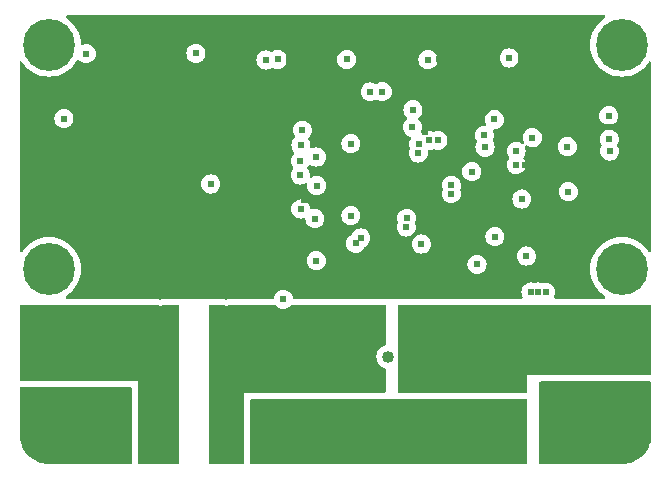
<source format=gbr>
%TF.GenerationSoftware,KiCad,Pcbnew,7.0.6*%
%TF.CreationDate,2024-01-08T01:59:36+08:00*%
%TF.ProjectId,CawBMS,43617742-4d53-42e6-9b69-6361645f7063,rev?*%
%TF.SameCoordinates,Original*%
%TF.FileFunction,Copper,L2,Inr*%
%TF.FilePolarity,Positive*%
%FSLAX46Y46*%
G04 Gerber Fmt 4.6, Leading zero omitted, Abs format (unit mm)*
G04 Created by KiCad (PCBNEW 7.0.6) date 2024-01-08 01:59:36*
%MOMM*%
%LPD*%
G01*
G04 APERTURE LIST*
G04 Aperture macros list*
%AMRoundRect*
0 Rectangle with rounded corners*
0 $1 Rounding radius*
0 $2 $3 $4 $5 $6 $7 $8 $9 X,Y pos of 4 corners*
0 Add a 4 corners polygon primitive as box body*
4,1,4,$2,$3,$4,$5,$6,$7,$8,$9,$2,$3,0*
0 Add four circle primitives for the rounded corners*
1,1,$1+$1,$2,$3*
1,1,$1+$1,$4,$5*
1,1,$1+$1,$6,$7*
1,1,$1+$1,$8,$9*
0 Add four rect primitives between the rounded corners*
20,1,$1+$1,$2,$3,$4,$5,0*
20,1,$1+$1,$4,$5,$6,$7,0*
20,1,$1+$1,$6,$7,$8,$9,0*
20,1,$1+$1,$8,$9,$2,$3,0*%
G04 Aperture macros list end*
%TA.AperFunction,ComponentPad*%
%ADD10C,0.700000*%
%TD*%
%TA.AperFunction,ComponentPad*%
%ADD11C,4.400000*%
%TD*%
%TA.AperFunction,ComponentPad*%
%ADD12RoundRect,1.500000X-1.000000X-1.000000X1.000000X-1.000000X1.000000X1.000000X-1.000000X1.000000X0*%
%TD*%
%TA.AperFunction,ViaPad*%
%ADD13C,0.609600*%
%TD*%
%TA.AperFunction,ViaPad*%
%ADD14C,1.016000*%
%TD*%
G04 APERTURE END LIST*
D10*
%TO.N,unconnected-(H4-Pad1)*%
%TO.C,H4*%
X159350000Y-113500000D03*
X159833274Y-112333274D03*
X159833274Y-114666726D03*
X161000000Y-111850000D03*
D11*
X161000000Y-113500000D03*
D10*
X161000000Y-115150000D03*
X162166726Y-112333274D03*
X162166726Y-114666726D03*
X162650000Y-113500000D03*
%TD*%
%TO.N,unconnected-(H2-Pad1)*%
%TO.C,H2*%
X159350000Y-94500000D03*
X159833274Y-93333274D03*
X159833274Y-95666726D03*
X161000000Y-92850000D03*
D11*
X161000000Y-94500000D03*
D10*
X161000000Y-96150000D03*
X162166726Y-93333274D03*
X162166726Y-95666726D03*
X162650000Y-94500000D03*
%TD*%
%TO.N,unconnected-(H1-Pad1)*%
%TO.C,H1*%
X110850000Y-94500000D03*
X111333274Y-93333274D03*
X111333274Y-95666726D03*
X112500000Y-92850000D03*
D11*
X112500000Y-94500000D03*
D10*
X112500000Y-96150000D03*
X113666726Y-93333274D03*
X113666726Y-95666726D03*
X114150000Y-94500000D03*
%TD*%
D12*
%TO.N,PACK+*%
%TO.C,H7*%
X160528000Y-126627000D03*
%TD*%
%TO.N,PACK-*%
%TO.C,H8*%
X160528000Y-119181000D03*
%TD*%
%TO.N,-BATT*%
%TO.C,H6*%
X113030000Y-119173000D03*
%TD*%
%TO.N,PACK+*%
%TO.C,H5*%
X113030000Y-126492000D03*
%TD*%
D10*
%TO.N,unconnected-(H3-Pad1)*%
%TO.C,H3*%
X110850000Y-113500000D03*
X111333274Y-112333274D03*
X111333274Y-114666726D03*
X112500000Y-111850000D03*
D11*
X112500000Y-113500000D03*
D10*
X112500000Y-115150000D03*
X113666726Y-112333274D03*
X113666726Y-114666726D03*
X114150000Y-113500000D03*
%TD*%
D13*
%TO.N,+3.3V*%
X143250000Y-101490000D03*
X138049000Y-108966000D03*
X154559000Y-115450000D03*
X153289000Y-115443000D03*
X159880000Y-100520000D03*
X133820000Y-103000000D03*
X150210000Y-100830000D03*
X143300000Y-100010000D03*
X138460000Y-111320000D03*
X148732000Y-113106700D03*
X131840000Y-95740000D03*
X151460000Y-95620000D03*
X153924000Y-115443000D03*
X152527000Y-107569000D03*
X133800000Y-108410000D03*
X133760000Y-105530000D03*
X150241000Y-110744000D03*
X144570000Y-95760000D03*
X135128000Y-104013000D03*
X144018000Y-111379000D03*
X137700000Y-95750000D03*
X138890000Y-110860000D03*
%TO.N,GND*%
X140716000Y-115316000D03*
X126111000Y-112302500D03*
X152778012Y-104689298D03*
X155702000Y-105537000D03*
X133860000Y-95720000D03*
X138049000Y-105791000D03*
X152200000Y-100350000D03*
X132830000Y-95720000D03*
X150495000Y-113411000D03*
X140804604Y-112229604D03*
X156210000Y-101996500D03*
X144310000Y-101850000D03*
X138049000Y-107061000D03*
D14*
X118210000Y-115440000D03*
D13*
X151892000Y-114808000D03*
D14*
X121920000Y-115570000D03*
D13*
X145540000Y-95750000D03*
X151892000Y-115443000D03*
X141859000Y-97409000D03*
X127400000Y-93720000D03*
X159880000Y-101500000D03*
X135128000Y-102870000D03*
X150495000Y-114173000D03*
D14*
X127508000Y-115570000D03*
D13*
X145034000Y-110744000D03*
X148336000Y-111506000D03*
X154051000Y-105537000D03*
X141505857Y-101164143D03*
X154940000Y-105537000D03*
X135255000Y-114808000D03*
X133731000Y-106807000D03*
X154051000Y-104648000D03*
X154940000Y-104648000D03*
X155702000Y-104648000D03*
X138049000Y-107696000D03*
X140510000Y-102970000D03*
X138700000Y-95760000D03*
X152470000Y-95620000D03*
X140843000Y-110236000D03*
X132080000Y-109220000D03*
X141478000Y-115316000D03*
X122790000Y-93730000D03*
X134046000Y-107630000D03*
X138049000Y-106426000D03*
X138049000Y-105156000D03*
%TO.N,+5V*%
X130860000Y-95791400D03*
X152908000Y-112395000D03*
X153416000Y-102362000D03*
%TO.N,/BQ76920/VC1*%
X115650000Y-95270000D03*
X126170000Y-106290000D03*
%TO.N,/BQ76920/BAT*%
X113752000Y-100751000D03*
X135001000Y-109220000D03*
%TO.N,/ALERT*%
X138049000Y-102870000D03*
X132320000Y-116050000D03*
%TO.N,Net-(C25-Pad1)*%
X139954000Y-122809000D03*
X137414000Y-122174000D03*
X131445000Y-122809000D03*
X135255000Y-122809000D03*
X132715000Y-122174000D03*
X133985000Y-122174000D03*
X131445000Y-122174000D03*
X137414000Y-122809000D03*
D14*
X127762000Y-120904000D03*
D13*
X132715000Y-122809000D03*
X135255000Y-122174000D03*
X138684000Y-122174000D03*
X139954000Y-122174000D03*
D14*
X127762000Y-117094000D03*
D13*
X133985000Y-122809000D03*
D14*
X127762000Y-118872000D03*
D13*
X138684000Y-122809000D03*
%TO.N,PACK-*%
X150749000Y-122809000D03*
X146050000Y-122809000D03*
X149479000Y-122174000D03*
X147193000Y-122174000D03*
X152019000Y-122809000D03*
D14*
X155702000Y-119380000D03*
X155702000Y-121412000D03*
D13*
X143510000Y-122809000D03*
X149479000Y-122809000D03*
X144780000Y-122809000D03*
X147193000Y-122809000D03*
X146050000Y-122174000D03*
X143510000Y-122174000D03*
X150749000Y-122174000D03*
X144780000Y-122174000D03*
D14*
X141223500Y-120903500D03*
D13*
X152019000Y-122174000D03*
D14*
%TO.N,PACK+*%
X155702000Y-124206000D03*
X155702000Y-126238000D03*
%TO.N,-BATT*%
X121666000Y-119634000D03*
X121666000Y-120904000D03*
X118110000Y-119634000D03*
X118110000Y-121158000D03*
X121666000Y-118364000D03*
D13*
%TO.N,/SWDIO*%
X149410000Y-103180000D03*
X159950000Y-103500000D03*
%TO.N,/SWCLK*%
X149350000Y-102170000D03*
X159930000Y-102490000D03*
D14*
%TO.N,Net-(Q6-D-Pad5)*%
X142240000Y-125222000D03*
X144272000Y-125222000D03*
X136144000Y-125222000D03*
X148336000Y-125222000D03*
X133350000Y-125222000D03*
X152400000Y-125222000D03*
X139192000Y-125222000D03*
X145288000Y-125222000D03*
X149352000Y-125222000D03*
X146304000Y-125222000D03*
X151384000Y-125222000D03*
X134366000Y-125222000D03*
X140208000Y-125222000D03*
X137160000Y-125222000D03*
X130302000Y-125222000D03*
X132334000Y-125222000D03*
X138176000Y-125222000D03*
X150368000Y-125222000D03*
X131318000Y-125222000D03*
X143256000Y-125222000D03*
D13*
%TO.N,/I2C1_SCL*%
X142740143Y-109929857D03*
X145416100Y-102608036D03*
%TO.N,/I2C1_SDA*%
X142772223Y-109194454D03*
X144680000Y-102610000D03*
%TO.N,/LED_A*%
X133950000Y-101740000D03*
X143799667Y-102930110D03*
%TO.N,/LED_B*%
X133760000Y-104340784D03*
X143750000Y-103670000D03*
%TO.N,Net-(U4-TS1)*%
X135128000Y-112776000D03*
X135150000Y-106426000D03*
%TO.N,/KEY_A*%
X124930000Y-95233100D03*
X148290000Y-105240000D03*
%TO.N,/CAN_STB*%
X152042699Y-104655211D03*
X156464000Y-106934000D03*
%TO.N,/CAN_TX*%
X156386960Y-103122302D03*
X152041393Y-103526893D03*
%TO.N,/I2C2_SCL*%
X139690000Y-98490000D03*
X146550404Y-107128358D03*
%TO.N,/I2C2_SDA*%
X146561391Y-106392338D03*
X140700000Y-98480000D03*
%TD*%
%TA.AperFunction,Conductor*%
%TO.N,PACK+*%
G36*
X119443039Y-123519685D02*
G01*
X119488794Y-123572489D01*
X119500000Y-123624000D01*
X119500000Y-129875500D01*
X119480315Y-129942539D01*
X119427511Y-129988294D01*
X119376000Y-129999500D01*
X112501879Y-129999500D01*
X112498134Y-129999387D01*
X112401100Y-129993517D01*
X112193612Y-129979917D01*
X112186486Y-129979033D01*
X112050791Y-129954167D01*
X111985021Y-129941084D01*
X111884357Y-129921061D01*
X111878012Y-129919447D01*
X111844988Y-129909156D01*
X111738842Y-129876079D01*
X111584973Y-129823848D01*
X111579454Y-129821675D01*
X111443507Y-129760491D01*
X111300160Y-129689799D01*
X111295505Y-129687251D01*
X111167611Y-129609936D01*
X111165240Y-129608428D01*
X111034408Y-129521008D01*
X111030616Y-129518262D01*
X110912446Y-129425682D01*
X110909802Y-129423490D01*
X110791923Y-129320113D01*
X110788961Y-129317339D01*
X110682659Y-129211037D01*
X110679885Y-129208075D01*
X110576508Y-129090196D01*
X110574316Y-129087552D01*
X110481736Y-128969382D01*
X110478990Y-128965590D01*
X110391570Y-128834758D01*
X110390062Y-128832387D01*
X110312747Y-128704493D01*
X110310206Y-128699853D01*
X110239514Y-128556505D01*
X110178321Y-128420539D01*
X110176155Y-128415039D01*
X110123920Y-128261157D01*
X110118968Y-128245266D01*
X110080544Y-128121961D01*
X110078942Y-128115664D01*
X110045836Y-127949227D01*
X110020963Y-127813502D01*
X110020082Y-127806399D01*
X110006479Y-127598851D01*
X110000613Y-127501866D01*
X110000500Y-127498122D01*
X110000500Y-123624000D01*
X110020185Y-123556961D01*
X110072989Y-123511206D01*
X110124500Y-123500000D01*
X119376000Y-123500000D01*
X119443039Y-123519685D01*
G37*
%TD.AperFunction*%
%TD*%
%TA.AperFunction,Conductor*%
%TO.N,PACK+*%
G36*
X163442539Y-123025185D02*
G01*
X163488294Y-123077989D01*
X163499500Y-123129500D01*
X163499500Y-127498120D01*
X163499387Y-127501865D01*
X163493517Y-127598899D01*
X163479917Y-127806386D01*
X163479033Y-127813512D01*
X163454167Y-127949208D01*
X163421063Y-128115636D01*
X163419446Y-128121990D01*
X163376079Y-128261157D01*
X163323848Y-128415025D01*
X163321675Y-128420544D01*
X163260491Y-128556492D01*
X163189799Y-128699838D01*
X163187251Y-128704493D01*
X163109936Y-128832387D01*
X163108428Y-128834758D01*
X163021008Y-128965590D01*
X163018262Y-128969382D01*
X162925682Y-129087552D01*
X162923490Y-129090196D01*
X162820113Y-129208075D01*
X162817339Y-129211037D01*
X162711037Y-129317339D01*
X162708075Y-129320113D01*
X162590196Y-129423490D01*
X162587552Y-129425682D01*
X162469382Y-129518262D01*
X162465590Y-129521008D01*
X162334758Y-129608428D01*
X162332387Y-129609936D01*
X162204493Y-129687251D01*
X162199838Y-129689799D01*
X162056492Y-129760491D01*
X161920544Y-129821675D01*
X161915025Y-129823848D01*
X161761157Y-129876079D01*
X161621990Y-129919446D01*
X161615636Y-129921063D01*
X161449208Y-129954167D01*
X161313512Y-129979033D01*
X161306386Y-129979917D01*
X161098899Y-129993517D01*
X161001866Y-129999387D01*
X160998121Y-129999500D01*
X154124000Y-129999500D01*
X154056961Y-129979815D01*
X154011206Y-129927011D01*
X154000000Y-129875500D01*
X154000000Y-123129500D01*
X154019685Y-123062461D01*
X154072489Y-123016706D01*
X154124000Y-123005500D01*
X163375500Y-123005500D01*
X163442539Y-123025185D01*
G37*
%TD.AperFunction*%
%TD*%
%TA.AperFunction,Conductor*%
%TO.N,Net-(Q6-D-Pad5)*%
G36*
X152943039Y-124519685D02*
G01*
X152988794Y-124572489D01*
X153000000Y-124624000D01*
X153000000Y-129875500D01*
X152980315Y-129942539D01*
X152927511Y-129988294D01*
X152876000Y-129999500D01*
X129624000Y-129999500D01*
X129556961Y-129979815D01*
X129511206Y-129927011D01*
X129500000Y-129875500D01*
X129500000Y-124624000D01*
X129519685Y-124556961D01*
X129572489Y-124511206D01*
X129624000Y-124500000D01*
X152876000Y-124500000D01*
X152943039Y-124519685D01*
G37*
%TD.AperFunction*%
%TD*%
%TA.AperFunction,Conductor*%
%TO.N,-BATT*%
G36*
X121529224Y-116505339D02*
G01*
X121532193Y-116506239D01*
X121532196Y-116506241D01*
X121722299Y-116563908D01*
X121722298Y-116563908D01*
X121740024Y-116565653D01*
X121920000Y-116583380D01*
X122117701Y-116563908D01*
X122307804Y-116506241D01*
X122307805Y-116506239D01*
X122310776Y-116505339D01*
X122346771Y-116500000D01*
X123376000Y-116500000D01*
X123443039Y-116519685D01*
X123488794Y-116572489D01*
X123500000Y-116624000D01*
X123500000Y-129875500D01*
X123480315Y-129942539D01*
X123427511Y-129988294D01*
X123376000Y-129999500D01*
X120124000Y-129999500D01*
X120056961Y-129979815D01*
X120011206Y-129927011D01*
X120000000Y-129875500D01*
X120000000Y-123000000D01*
X110124500Y-123000000D01*
X110057461Y-122980315D01*
X110011706Y-122927511D01*
X110000500Y-122876000D01*
X110000500Y-116624000D01*
X110020185Y-116556961D01*
X110072989Y-116511206D01*
X110124500Y-116500000D01*
X121493229Y-116500000D01*
X121529224Y-116505339D01*
G37*
%TD.AperFunction*%
%TD*%
%TA.AperFunction,Conductor*%
%TO.N,PACK-*%
G36*
X163442539Y-116519685D02*
G01*
X163488294Y-116572489D01*
X163499500Y-116624000D01*
X163499500Y-122376000D01*
X163479815Y-122443039D01*
X163427011Y-122488794D01*
X163375500Y-122500000D01*
X153000000Y-122500000D01*
X153000000Y-123876000D01*
X152980315Y-123943039D01*
X152927511Y-123988794D01*
X152876000Y-124000000D01*
X142124000Y-124000000D01*
X142056961Y-123980315D01*
X142011206Y-123927511D01*
X142000000Y-123876000D01*
X142000000Y-116624000D01*
X142019685Y-116556961D01*
X142072489Y-116511206D01*
X142124000Y-116500000D01*
X163375500Y-116500000D01*
X163442539Y-116519685D01*
G37*
%TD.AperFunction*%
%TD*%
%TA.AperFunction,Conductor*%
%TO.N,GND*%
G36*
X159536914Y-92020185D02*
G01*
X159582669Y-92072989D01*
X159592613Y-92142147D01*
X159563588Y-92205703D01*
X159534026Y-92230615D01*
X159504913Y-92248215D01*
X159463131Y-92273473D01*
X159205960Y-92474954D01*
X158974954Y-92705960D01*
X158773473Y-92963131D01*
X158604454Y-93242723D01*
X158604453Y-93242725D01*
X158470372Y-93540642D01*
X158470366Y-93540657D01*
X158373178Y-93852547D01*
X158314289Y-94173900D01*
X158294564Y-94500000D01*
X158314289Y-94826099D01*
X158373178Y-95147452D01*
X158470366Y-95459342D01*
X158470370Y-95459354D01*
X158470373Y-95459361D01*
X158604455Y-95757279D01*
X158730617Y-95965975D01*
X158773473Y-96036868D01*
X158974954Y-96294039D01*
X159205960Y-96525045D01*
X159463131Y-96726526D01*
X159463134Y-96726528D01*
X159463137Y-96726530D01*
X159742721Y-96895545D01*
X160040639Y-97029627D01*
X160040652Y-97029631D01*
X160040657Y-97029633D01*
X160352546Y-97126820D01*
X160352547Y-97126821D01*
X160673896Y-97185710D01*
X161000000Y-97205436D01*
X161326104Y-97185710D01*
X161647453Y-97126821D01*
X161959361Y-97029627D01*
X162257279Y-96895545D01*
X162536863Y-96726530D01*
X162794036Y-96525048D01*
X163025048Y-96294036D01*
X163226530Y-96036863D01*
X163269383Y-95965974D01*
X163320911Y-95918788D01*
X163389770Y-95906949D01*
X163454099Y-95934218D01*
X163493473Y-95991936D01*
X163499500Y-96030125D01*
X163499500Y-111969874D01*
X163479815Y-112036913D01*
X163427011Y-112082668D01*
X163357853Y-112092612D01*
X163294297Y-112063587D01*
X163269384Y-112034025D01*
X163226528Y-111963134D01*
X163025045Y-111705960D01*
X162794039Y-111474954D01*
X162536868Y-111273473D01*
X162434554Y-111211622D01*
X162257279Y-111104455D01*
X161959361Y-110970373D01*
X161959354Y-110970370D01*
X161959342Y-110970366D01*
X161647452Y-110873178D01*
X161326099Y-110814289D01*
X161000000Y-110794564D01*
X160673900Y-110814289D01*
X160352547Y-110873178D01*
X160040657Y-110970366D01*
X160040641Y-110970372D01*
X160040639Y-110970373D01*
X159742721Y-111104455D01*
X159684460Y-111139675D01*
X159463131Y-111273473D01*
X159205960Y-111474954D01*
X158974954Y-111705960D01*
X158773473Y-111963131D01*
X158684641Y-112110078D01*
X158604455Y-112242721D01*
X158535919Y-112395003D01*
X158470372Y-112540642D01*
X158470366Y-112540657D01*
X158373178Y-112852547D01*
X158314289Y-113173900D01*
X158294564Y-113500000D01*
X158314289Y-113826099D01*
X158373178Y-114147452D01*
X158470366Y-114459342D01*
X158470370Y-114459354D01*
X158470373Y-114459361D01*
X158604455Y-114757279D01*
X158717771Y-114944726D01*
X158773473Y-115036868D01*
X158974954Y-115294039D01*
X159205960Y-115525045D01*
X159463131Y-115726526D01*
X159463134Y-115726528D01*
X159463137Y-115726530D01*
X159525754Y-115764383D01*
X159572941Y-115815911D01*
X159584780Y-115884770D01*
X159557511Y-115949099D01*
X159499793Y-115988473D01*
X159461604Y-115994500D01*
X155392308Y-115994500D01*
X155325269Y-115974815D01*
X155279514Y-115922011D01*
X155269570Y-115852853D01*
X155287313Y-115804530D01*
X155289140Y-115801621D01*
X155289139Y-115801621D01*
X155289142Y-115801618D01*
X155349078Y-115630330D01*
X155349867Y-115623329D01*
X155369396Y-115450003D01*
X155369396Y-115449996D01*
X155349079Y-115269675D01*
X155349078Y-115269670D01*
X155289140Y-115098377D01*
X155289138Y-115098374D01*
X155192597Y-114944731D01*
X155192592Y-114944725D01*
X155064274Y-114816407D01*
X155064268Y-114816402D01*
X154910625Y-114719861D01*
X154910622Y-114719859D01*
X154739329Y-114659921D01*
X154739324Y-114659920D01*
X154559004Y-114639604D01*
X154558996Y-114639604D01*
X154378671Y-114659921D01*
X154378670Y-114659921D01*
X154292455Y-114690088D01*
X154222676Y-114693649D01*
X154210549Y-114690088D01*
X154104328Y-114652921D01*
X153924004Y-114632604D01*
X153923996Y-114632604D01*
X153743671Y-114652921D01*
X153743670Y-114652921D01*
X153647453Y-114686588D01*
X153577674Y-114690149D01*
X153565547Y-114686588D01*
X153469329Y-114652921D01*
X153289004Y-114632604D01*
X153288996Y-114632604D01*
X153108675Y-114652920D01*
X153108670Y-114652921D01*
X152937377Y-114712859D01*
X152937374Y-114712861D01*
X152783731Y-114809402D01*
X152783725Y-114809407D01*
X152655407Y-114937725D01*
X152655402Y-114937731D01*
X152558861Y-115091374D01*
X152558859Y-115091377D01*
X152498921Y-115262670D01*
X152498920Y-115262675D01*
X152478604Y-115442996D01*
X152478604Y-115443003D01*
X152498920Y-115623324D01*
X152498921Y-115623329D01*
X152535033Y-115726530D01*
X152558858Y-115794618D01*
X152563258Y-115801621D01*
X152565084Y-115804526D01*
X152584085Y-115871762D01*
X152563719Y-115938598D01*
X152510452Y-115983813D01*
X152460091Y-115994500D01*
X142124000Y-115994500D01*
X142123991Y-115994500D01*
X142123990Y-115994501D01*
X142076155Y-115999644D01*
X142069523Y-116000000D01*
X133235576Y-116000000D01*
X133168537Y-115980315D01*
X133122782Y-115927511D01*
X133112356Y-115889883D01*
X133110314Y-115871762D01*
X133110078Y-115869670D01*
X133050142Y-115698382D01*
X133050141Y-115698380D01*
X133050138Y-115698374D01*
X132953597Y-115544731D01*
X132953592Y-115544725D01*
X132825274Y-115416407D01*
X132825268Y-115416402D01*
X132671625Y-115319861D01*
X132671622Y-115319859D01*
X132500329Y-115259921D01*
X132500324Y-115259920D01*
X132320004Y-115239604D01*
X132319996Y-115239604D01*
X132139675Y-115259920D01*
X132139670Y-115259921D01*
X131968377Y-115319859D01*
X131968374Y-115319861D01*
X131814731Y-115416402D01*
X131814725Y-115416407D01*
X131686407Y-115544725D01*
X131686402Y-115544731D01*
X131589861Y-115698374D01*
X131589858Y-115698380D01*
X131529921Y-115869672D01*
X131527644Y-115889883D01*
X131500578Y-115954297D01*
X131442983Y-115993852D01*
X131404424Y-116000000D01*
X114029298Y-116000000D01*
X113962259Y-115980315D01*
X113916504Y-115927511D01*
X113906560Y-115858353D01*
X113935585Y-115794797D01*
X113965146Y-115769884D01*
X114036863Y-115726530D01*
X114294036Y-115525048D01*
X114525048Y-115294036D01*
X114726530Y-115036863D01*
X114895545Y-114757279D01*
X115029627Y-114459361D01*
X115126821Y-114147453D01*
X115185710Y-113826104D01*
X115205436Y-113500000D01*
X115185710Y-113173896D01*
X115126821Y-112852547D01*
X115102969Y-112776003D01*
X134317604Y-112776003D01*
X134337920Y-112956324D01*
X134337921Y-112956329D01*
X134397859Y-113127622D01*
X134397861Y-113127625D01*
X134494402Y-113281268D01*
X134494407Y-113281274D01*
X134622725Y-113409592D01*
X134622731Y-113409597D01*
X134776374Y-113506138D01*
X134776377Y-113506140D01*
X134776381Y-113506141D01*
X134776382Y-113506142D01*
X134947670Y-113566078D01*
X134947675Y-113566079D01*
X135127996Y-113586396D01*
X135128000Y-113586396D01*
X135128004Y-113586396D01*
X135308324Y-113566079D01*
X135308327Y-113566078D01*
X135308330Y-113566078D01*
X135479618Y-113506142D01*
X135479620Y-113506140D01*
X135479622Y-113506140D01*
X135479625Y-113506138D01*
X135633268Y-113409597D01*
X135633269Y-113409596D01*
X135633274Y-113409593D01*
X135761593Y-113281274D01*
X135822037Y-113185079D01*
X135858138Y-113127625D01*
X135858140Y-113127622D01*
X135858140Y-113127620D01*
X135858142Y-113127618D01*
X135865460Y-113106703D01*
X147921604Y-113106703D01*
X147941920Y-113287024D01*
X147941921Y-113287029D01*
X148001859Y-113458322D01*
X148001861Y-113458325D01*
X148098402Y-113611968D01*
X148098407Y-113611974D01*
X148226725Y-113740292D01*
X148226731Y-113740297D01*
X148380374Y-113836838D01*
X148380377Y-113836840D01*
X148380381Y-113836841D01*
X148380382Y-113836842D01*
X148551669Y-113896777D01*
X148551670Y-113896778D01*
X148551675Y-113896779D01*
X148731996Y-113917096D01*
X148732000Y-113917096D01*
X148732004Y-113917096D01*
X148912324Y-113896779D01*
X148912327Y-113896778D01*
X148912330Y-113896778D01*
X149083618Y-113836842D01*
X149083620Y-113836840D01*
X149083622Y-113836840D01*
X149083625Y-113836838D01*
X149237268Y-113740297D01*
X149237269Y-113740296D01*
X149237274Y-113740293D01*
X149365593Y-113611974D01*
X149432092Y-113506142D01*
X149462138Y-113458325D01*
X149462140Y-113458322D01*
X149462140Y-113458320D01*
X149462142Y-113458318D01*
X149522078Y-113287030D01*
X149522727Y-113281274D01*
X149542396Y-113106703D01*
X149542396Y-113106696D01*
X149522079Y-112926375D01*
X149522078Y-112926370D01*
X149496246Y-112852547D01*
X149462142Y-112755082D01*
X149462141Y-112755081D01*
X149462140Y-112755077D01*
X149462138Y-112755074D01*
X149365597Y-112601431D01*
X149365592Y-112601425D01*
X149237274Y-112473107D01*
X149237268Y-112473102D01*
X149112975Y-112395003D01*
X152097604Y-112395003D01*
X152117920Y-112575324D01*
X152117921Y-112575329D01*
X152177859Y-112746622D01*
X152177861Y-112746625D01*
X152274402Y-112900268D01*
X152274407Y-112900274D01*
X152402725Y-113028592D01*
X152402731Y-113028597D01*
X152556374Y-113125138D01*
X152556377Y-113125140D01*
X152556381Y-113125141D01*
X152556382Y-113125142D01*
X152695714Y-113173896D01*
X152727670Y-113185078D01*
X152727675Y-113185079D01*
X152907996Y-113205396D01*
X152908000Y-113205396D01*
X152908004Y-113205396D01*
X153088324Y-113185079D01*
X153088327Y-113185078D01*
X153088330Y-113185078D01*
X153259618Y-113125142D01*
X153259620Y-113125140D01*
X153259622Y-113125140D01*
X153259625Y-113125138D01*
X153413268Y-113028597D01*
X153413269Y-113028596D01*
X153413274Y-113028593D01*
X153541593Y-112900274D01*
X153619680Y-112776000D01*
X153638138Y-112746625D01*
X153638140Y-112746622D01*
X153638140Y-112746620D01*
X153638142Y-112746618D01*
X153698078Y-112575330D01*
X153701985Y-112540657D01*
X153718396Y-112395003D01*
X153718396Y-112394996D01*
X153698079Y-112214675D01*
X153698078Y-112214670D01*
X153661152Y-112109142D01*
X153638142Y-112043382D01*
X153638141Y-112043381D01*
X153638140Y-112043377D01*
X153638138Y-112043374D01*
X153541597Y-111889731D01*
X153541592Y-111889725D01*
X153413274Y-111761407D01*
X153413268Y-111761402D01*
X153259625Y-111664861D01*
X153259622Y-111664859D01*
X153088329Y-111604921D01*
X153088324Y-111604920D01*
X152908004Y-111584604D01*
X152907996Y-111584604D01*
X152727675Y-111604920D01*
X152727670Y-111604921D01*
X152556377Y-111664859D01*
X152556374Y-111664861D01*
X152402731Y-111761402D01*
X152402725Y-111761407D01*
X152274407Y-111889725D01*
X152274402Y-111889731D01*
X152177861Y-112043374D01*
X152177859Y-112043377D01*
X152117921Y-112214670D01*
X152117920Y-112214675D01*
X152097604Y-112394996D01*
X152097604Y-112395003D01*
X149112975Y-112395003D01*
X149083625Y-112376561D01*
X149083622Y-112376559D01*
X148912329Y-112316621D01*
X148912324Y-112316620D01*
X148732004Y-112296304D01*
X148731996Y-112296304D01*
X148551675Y-112316620D01*
X148551670Y-112316621D01*
X148380377Y-112376559D01*
X148380374Y-112376561D01*
X148226731Y-112473102D01*
X148226725Y-112473107D01*
X148098407Y-112601425D01*
X148098402Y-112601431D01*
X148001861Y-112755074D01*
X148001859Y-112755077D01*
X147941921Y-112926370D01*
X147941920Y-112926375D01*
X147921604Y-113106696D01*
X147921604Y-113106703D01*
X135865460Y-113106703D01*
X135918078Y-112956330D01*
X135924395Y-112900268D01*
X135938396Y-112776003D01*
X135938396Y-112775996D01*
X135918079Y-112595675D01*
X135918078Y-112595670D01*
X135875399Y-112473699D01*
X135858142Y-112424382D01*
X135858141Y-112424381D01*
X135858140Y-112424377D01*
X135858138Y-112424374D01*
X135761597Y-112270731D01*
X135761592Y-112270725D01*
X135633274Y-112142407D01*
X135633268Y-112142402D01*
X135479625Y-112045861D01*
X135479622Y-112045859D01*
X135308329Y-111985921D01*
X135308324Y-111985920D01*
X135128004Y-111965604D01*
X135127996Y-111965604D01*
X134947675Y-111985920D01*
X134947670Y-111985921D01*
X134776377Y-112045859D01*
X134776374Y-112045861D01*
X134622731Y-112142402D01*
X134622725Y-112142407D01*
X134494407Y-112270725D01*
X134494402Y-112270731D01*
X134397861Y-112424374D01*
X134397859Y-112424377D01*
X134337921Y-112595670D01*
X134337920Y-112595675D01*
X134317604Y-112775996D01*
X134317604Y-112776003D01*
X115102969Y-112776003D01*
X115093812Y-112746618D01*
X115029633Y-112540657D01*
X115029631Y-112540652D01*
X115029627Y-112540639D01*
X114895545Y-112242721D01*
X114726530Y-111963137D01*
X114726528Y-111963134D01*
X114726526Y-111963131D01*
X114525045Y-111705960D01*
X114294039Y-111474954D01*
X114096259Y-111320003D01*
X137649604Y-111320003D01*
X137669920Y-111500324D01*
X137669921Y-111500329D01*
X137729859Y-111671622D01*
X137729861Y-111671625D01*
X137826402Y-111825268D01*
X137826407Y-111825274D01*
X137954725Y-111953592D01*
X137954731Y-111953597D01*
X138108374Y-112050138D01*
X138108377Y-112050140D01*
X138108381Y-112050141D01*
X138108382Y-112050142D01*
X138229755Y-112092612D01*
X138279670Y-112110078D01*
X138279675Y-112110079D01*
X138459996Y-112130396D01*
X138460000Y-112130396D01*
X138460004Y-112130396D01*
X138640324Y-112110079D01*
X138640327Y-112110078D01*
X138640330Y-112110078D01*
X138811618Y-112050142D01*
X138811620Y-112050140D01*
X138811622Y-112050140D01*
X138811625Y-112050138D01*
X138965268Y-111953597D01*
X138965269Y-111953596D01*
X138965274Y-111953593D01*
X139093593Y-111825274D01*
X139133727Y-111761402D01*
X139190138Y-111671625D01*
X139190142Y-111671618D01*
X139197848Y-111649595D01*
X139238569Y-111592819D01*
X139248903Y-111585564D01*
X139395274Y-111493593D01*
X139509864Y-111379003D01*
X143207604Y-111379003D01*
X143227920Y-111559324D01*
X143227921Y-111559329D01*
X143287859Y-111730622D01*
X143287861Y-111730625D01*
X143384402Y-111884268D01*
X143384407Y-111884274D01*
X143512725Y-112012592D01*
X143512731Y-112012597D01*
X143666374Y-112109138D01*
X143666377Y-112109140D01*
X143666381Y-112109141D01*
X143666382Y-112109142D01*
X143837669Y-112169078D01*
X143837670Y-112169078D01*
X143837675Y-112169079D01*
X144017996Y-112189396D01*
X144018000Y-112189396D01*
X144018004Y-112189396D01*
X144198324Y-112169079D01*
X144198327Y-112169078D01*
X144198330Y-112169078D01*
X144369618Y-112109142D01*
X144369620Y-112109140D01*
X144369622Y-112109140D01*
X144369625Y-112109138D01*
X144523268Y-112012597D01*
X144523269Y-112012596D01*
X144523274Y-112012593D01*
X144651593Y-111884274D01*
X144651597Y-111884268D01*
X144748138Y-111730625D01*
X144748140Y-111730622D01*
X144748140Y-111730620D01*
X144748142Y-111730618D01*
X144808078Y-111559330D01*
X144814726Y-111500329D01*
X144828396Y-111379003D01*
X144828396Y-111378996D01*
X144808079Y-111198675D01*
X144808078Y-111198670D01*
X144775111Y-111104455D01*
X144748142Y-111027382D01*
X144748141Y-111027381D01*
X144748140Y-111027377D01*
X144748138Y-111027374D01*
X144651597Y-110873731D01*
X144651592Y-110873725D01*
X144523274Y-110745407D01*
X144523268Y-110745402D01*
X144521042Y-110744003D01*
X149430604Y-110744003D01*
X149450920Y-110924324D01*
X149450921Y-110924329D01*
X149510859Y-111095622D01*
X149510861Y-111095625D01*
X149607402Y-111249268D01*
X149607407Y-111249274D01*
X149735725Y-111377592D01*
X149735731Y-111377597D01*
X149889374Y-111474138D01*
X149889377Y-111474140D01*
X149889381Y-111474141D01*
X149889382Y-111474142D01*
X150060670Y-111534078D01*
X150060675Y-111534079D01*
X150240996Y-111554396D01*
X150241000Y-111554396D01*
X150241004Y-111554396D01*
X150421324Y-111534079D01*
X150421327Y-111534078D01*
X150421330Y-111534078D01*
X150592618Y-111474142D01*
X150592620Y-111474140D01*
X150592622Y-111474140D01*
X150592625Y-111474138D01*
X150746268Y-111377597D01*
X150746269Y-111377596D01*
X150746274Y-111377593D01*
X150874593Y-111249274D01*
X150898250Y-111211625D01*
X150971138Y-111095625D01*
X150971140Y-111095622D01*
X150971140Y-111095620D01*
X150971142Y-111095618D01*
X151031078Y-110924330D01*
X151036780Y-110873725D01*
X151051396Y-110744003D01*
X151051396Y-110743996D01*
X151031079Y-110563675D01*
X151031078Y-110563670D01*
X150971140Y-110392377D01*
X150971138Y-110392374D01*
X150874597Y-110238731D01*
X150874592Y-110238725D01*
X150746274Y-110110407D01*
X150746268Y-110110402D01*
X150592625Y-110013861D01*
X150592622Y-110013859D01*
X150421329Y-109953921D01*
X150421324Y-109953920D01*
X150241004Y-109933604D01*
X150240996Y-109933604D01*
X150060675Y-109953920D01*
X150060670Y-109953921D01*
X149889377Y-110013859D01*
X149889374Y-110013861D01*
X149735731Y-110110402D01*
X149735725Y-110110407D01*
X149607407Y-110238725D01*
X149607402Y-110238731D01*
X149510861Y-110392374D01*
X149510859Y-110392377D01*
X149450921Y-110563670D01*
X149450920Y-110563675D01*
X149430604Y-110743996D01*
X149430604Y-110744003D01*
X144521042Y-110744003D01*
X144369625Y-110648861D01*
X144369622Y-110648859D01*
X144198329Y-110588921D01*
X144198324Y-110588920D01*
X144018004Y-110568604D01*
X144017996Y-110568604D01*
X143837675Y-110588920D01*
X143837670Y-110588921D01*
X143666377Y-110648859D01*
X143666374Y-110648861D01*
X143512731Y-110745402D01*
X143512725Y-110745407D01*
X143384407Y-110873725D01*
X143384402Y-110873731D01*
X143287861Y-111027374D01*
X143287859Y-111027377D01*
X143227921Y-111198670D01*
X143227920Y-111198675D01*
X143207604Y-111378996D01*
X143207604Y-111379003D01*
X139509864Y-111379003D01*
X139523593Y-111365274D01*
X139620138Y-111211625D01*
X139620140Y-111211622D01*
X139620140Y-111211620D01*
X139620142Y-111211618D01*
X139680078Y-111040330D01*
X139681537Y-111027382D01*
X139700396Y-110860003D01*
X139700396Y-110859996D01*
X139680079Y-110679675D01*
X139680078Y-110679670D01*
X139673193Y-110659995D01*
X139620142Y-110508382D01*
X139620141Y-110508381D01*
X139620140Y-110508377D01*
X139620138Y-110508374D01*
X139523597Y-110354731D01*
X139523592Y-110354725D01*
X139395274Y-110226407D01*
X139395268Y-110226402D01*
X139241625Y-110129861D01*
X139241622Y-110129859D01*
X139070329Y-110069921D01*
X139070324Y-110069920D01*
X138890004Y-110049604D01*
X138889996Y-110049604D01*
X138709675Y-110069920D01*
X138709670Y-110069921D01*
X138538377Y-110129859D01*
X138538374Y-110129861D01*
X138384731Y-110226402D01*
X138384725Y-110226407D01*
X138256407Y-110354725D01*
X138159857Y-110508383D01*
X138152151Y-110530407D01*
X138111428Y-110587183D01*
X138101082Y-110594445D01*
X137954725Y-110686407D01*
X137826407Y-110814725D01*
X137826402Y-110814731D01*
X137729861Y-110968374D01*
X137729859Y-110968377D01*
X137669921Y-111139670D01*
X137669920Y-111139675D01*
X137649604Y-111319996D01*
X137649604Y-111320003D01*
X114096259Y-111320003D01*
X114036868Y-111273473D01*
X113934554Y-111211622D01*
X113757279Y-111104455D01*
X113459361Y-110970373D01*
X113459354Y-110970370D01*
X113459342Y-110970366D01*
X113147452Y-110873178D01*
X112826099Y-110814289D01*
X112500000Y-110794564D01*
X112173900Y-110814289D01*
X111852547Y-110873178D01*
X111540657Y-110970366D01*
X111540641Y-110970372D01*
X111540639Y-110970373D01*
X111242721Y-111104455D01*
X111184460Y-111139675D01*
X110963131Y-111273473D01*
X110705960Y-111474954D01*
X110474954Y-111705960D01*
X110273471Y-111963134D01*
X110230616Y-112034025D01*
X110179088Y-112081212D01*
X110110229Y-112093050D01*
X110045900Y-112065781D01*
X110006527Y-112008062D01*
X110000500Y-111969874D01*
X110000500Y-108410003D01*
X132989604Y-108410003D01*
X133009920Y-108590324D01*
X133009921Y-108590329D01*
X133069859Y-108761622D01*
X133069861Y-108761625D01*
X133166402Y-108915268D01*
X133166407Y-108915274D01*
X133294725Y-109043592D01*
X133294731Y-109043597D01*
X133448374Y-109140138D01*
X133448377Y-109140140D01*
X133448381Y-109140141D01*
X133448382Y-109140142D01*
X133603606Y-109194457D01*
X133619670Y-109200078D01*
X133619675Y-109200079D01*
X133799996Y-109220396D01*
X133800000Y-109220396D01*
X133800004Y-109220396D01*
X133980324Y-109200079D01*
X133980325Y-109200078D01*
X133980330Y-109200078D01*
X134033703Y-109181401D01*
X134103479Y-109177839D01*
X134164107Y-109212567D01*
X134196335Y-109274560D01*
X134197877Y-109284559D01*
X134210920Y-109400325D01*
X134210921Y-109400329D01*
X134270859Y-109571622D01*
X134270861Y-109571625D01*
X134367402Y-109725268D01*
X134367407Y-109725274D01*
X134495725Y-109853592D01*
X134495731Y-109853597D01*
X134649374Y-109950138D01*
X134649377Y-109950140D01*
X134649381Y-109950141D01*
X134649382Y-109950142D01*
X134660182Y-109953921D01*
X134820670Y-110010078D01*
X134820675Y-110010079D01*
X135000996Y-110030396D01*
X135001000Y-110030396D01*
X135001004Y-110030396D01*
X135181324Y-110010079D01*
X135181327Y-110010078D01*
X135181330Y-110010078D01*
X135352618Y-109950142D01*
X135352620Y-109950140D01*
X135352622Y-109950140D01*
X135352625Y-109950138D01*
X135384897Y-109929860D01*
X141929747Y-109929860D01*
X141950063Y-110110181D01*
X141950064Y-110110186D01*
X142010002Y-110281479D01*
X142010004Y-110281482D01*
X142106545Y-110435125D01*
X142106550Y-110435131D01*
X142234868Y-110563449D01*
X142234874Y-110563454D01*
X142388517Y-110659995D01*
X142388520Y-110659997D01*
X142388524Y-110659998D01*
X142388525Y-110659999D01*
X142463995Y-110686407D01*
X142559813Y-110719935D01*
X142559818Y-110719936D01*
X142740139Y-110740253D01*
X142740143Y-110740253D01*
X142740147Y-110740253D01*
X142920467Y-110719936D01*
X142920470Y-110719935D01*
X142920473Y-110719935D01*
X143091761Y-110659999D01*
X143091763Y-110659997D01*
X143091765Y-110659997D01*
X143091768Y-110659995D01*
X143245411Y-110563454D01*
X143245412Y-110563453D01*
X143245417Y-110563450D01*
X143373736Y-110435131D01*
X143400597Y-110392382D01*
X143470281Y-110281482D01*
X143470283Y-110281479D01*
X143470283Y-110281477D01*
X143470285Y-110281475D01*
X143530221Y-110110187D01*
X143541074Y-110013861D01*
X143550539Y-109929860D01*
X143550539Y-109929853D01*
X143530959Y-109756078D01*
X143530221Y-109749527D01*
X143530221Y-109749525D01*
X143494230Y-109646670D01*
X143490668Y-109576891D01*
X143499557Y-109551901D01*
X143502361Y-109546078D01*
X143502365Y-109546072D01*
X143562301Y-109374784D01*
X143562302Y-109374778D01*
X143582619Y-109194457D01*
X143582619Y-109194450D01*
X143562302Y-109014129D01*
X143562301Y-109014124D01*
X143502363Y-108842831D01*
X143502361Y-108842828D01*
X143405820Y-108689185D01*
X143405815Y-108689179D01*
X143277497Y-108560861D01*
X143277491Y-108560856D01*
X143123848Y-108464315D01*
X143123845Y-108464313D01*
X142952552Y-108404375D01*
X142952547Y-108404374D01*
X142772227Y-108384058D01*
X142772219Y-108384058D01*
X142591898Y-108404374D01*
X142591893Y-108404375D01*
X142420600Y-108464313D01*
X142420597Y-108464315D01*
X142266954Y-108560856D01*
X142266948Y-108560861D01*
X142138630Y-108689179D01*
X142138625Y-108689185D01*
X142042084Y-108842828D01*
X142042082Y-108842831D01*
X141982144Y-109014124D01*
X141982143Y-109014129D01*
X141961827Y-109194450D01*
X141961827Y-109194457D01*
X141982144Y-109374781D01*
X142018136Y-109477642D01*
X142021697Y-109547421D01*
X142012813Y-109572399D01*
X142010003Y-109578232D01*
X141950064Y-109749527D01*
X141950063Y-109749532D01*
X141929747Y-109929853D01*
X141929747Y-109929860D01*
X135384897Y-109929860D01*
X135506268Y-109853597D01*
X135506269Y-109853596D01*
X135506274Y-109853593D01*
X135634593Y-109725274D01*
X135652899Y-109696140D01*
X135731138Y-109571625D01*
X135731140Y-109571622D01*
X135731140Y-109571620D01*
X135731142Y-109571618D01*
X135791078Y-109400330D01*
X135793956Y-109374786D01*
X135811396Y-109220003D01*
X135811396Y-109219996D01*
X135791079Y-109039675D01*
X135791078Y-109039670D01*
X135765301Y-108966003D01*
X137238604Y-108966003D01*
X137258920Y-109146324D01*
X137258921Y-109146329D01*
X137318859Y-109317622D01*
X137318861Y-109317625D01*
X137415402Y-109471268D01*
X137415407Y-109471274D01*
X137543725Y-109599592D01*
X137543731Y-109599597D01*
X137697374Y-109696138D01*
X137697377Y-109696140D01*
X137697381Y-109696141D01*
X137697382Y-109696142D01*
X137780620Y-109725268D01*
X137868670Y-109756078D01*
X137868675Y-109756079D01*
X138048996Y-109776396D01*
X138049000Y-109776396D01*
X138049004Y-109776396D01*
X138229324Y-109756079D01*
X138229327Y-109756078D01*
X138229330Y-109756078D01*
X138400618Y-109696142D01*
X138400620Y-109696140D01*
X138400622Y-109696140D01*
X138400625Y-109696138D01*
X138554268Y-109599597D01*
X138554269Y-109599596D01*
X138554274Y-109599593D01*
X138682593Y-109471274D01*
X138682597Y-109471268D01*
X138779138Y-109317625D01*
X138779140Y-109317622D01*
X138779140Y-109317620D01*
X138779142Y-109317618D01*
X138839078Y-109146330D01*
X138839079Y-109146324D01*
X138859396Y-108966003D01*
X138859396Y-108965996D01*
X138839079Y-108785675D01*
X138839078Y-108785670D01*
X138814253Y-108714725D01*
X138779142Y-108614382D01*
X138779141Y-108614381D01*
X138779140Y-108614377D01*
X138779138Y-108614374D01*
X138682597Y-108460731D01*
X138682592Y-108460725D01*
X138554274Y-108332407D01*
X138554268Y-108332402D01*
X138400625Y-108235861D01*
X138400622Y-108235859D01*
X138229329Y-108175921D01*
X138229324Y-108175920D01*
X138049004Y-108155604D01*
X138048996Y-108155604D01*
X137868675Y-108175920D01*
X137868670Y-108175921D01*
X137697377Y-108235859D01*
X137697374Y-108235861D01*
X137543731Y-108332402D01*
X137543725Y-108332407D01*
X137415407Y-108460725D01*
X137415402Y-108460731D01*
X137318861Y-108614374D01*
X137318859Y-108614377D01*
X137258921Y-108785670D01*
X137258920Y-108785675D01*
X137238604Y-108965996D01*
X137238604Y-108966003D01*
X135765301Y-108966003D01*
X135731140Y-108868377D01*
X135731138Y-108868374D01*
X135634597Y-108714731D01*
X135634592Y-108714725D01*
X135506274Y-108586407D01*
X135506268Y-108586402D01*
X135352625Y-108489861D01*
X135352622Y-108489859D01*
X135181329Y-108429921D01*
X135181324Y-108429920D01*
X135001004Y-108409604D01*
X135000996Y-108409604D01*
X134820675Y-108429920D01*
X134820663Y-108429923D01*
X134767295Y-108448597D01*
X134697516Y-108452158D01*
X134636889Y-108417428D01*
X134604663Y-108355434D01*
X134603122Y-108345438D01*
X134590079Y-108229675D01*
X134590078Y-108229670D01*
X134530140Y-108058377D01*
X134530138Y-108058374D01*
X134433597Y-107904731D01*
X134433592Y-107904725D01*
X134305274Y-107776407D01*
X134305268Y-107776402D01*
X134151625Y-107679861D01*
X134151622Y-107679859D01*
X133980329Y-107619921D01*
X133980324Y-107619920D01*
X133800004Y-107599604D01*
X133799996Y-107599604D01*
X133619675Y-107619920D01*
X133619670Y-107619921D01*
X133448377Y-107679859D01*
X133448374Y-107679861D01*
X133294731Y-107776402D01*
X133294725Y-107776407D01*
X133166407Y-107904725D01*
X133166402Y-107904731D01*
X133069861Y-108058374D01*
X133069859Y-108058377D01*
X133009921Y-108229670D01*
X133009920Y-108229675D01*
X132989604Y-108409996D01*
X132989604Y-108410003D01*
X110000500Y-108410003D01*
X110000500Y-106290003D01*
X125359604Y-106290003D01*
X125379920Y-106470324D01*
X125379921Y-106470329D01*
X125439859Y-106641622D01*
X125439861Y-106641625D01*
X125536402Y-106795268D01*
X125536407Y-106795274D01*
X125664725Y-106923592D01*
X125664731Y-106923597D01*
X125818374Y-107020138D01*
X125818377Y-107020140D01*
X125818381Y-107020141D01*
X125818382Y-107020142D01*
X125942953Y-107063731D01*
X125989670Y-107080078D01*
X125989675Y-107080079D01*
X126169996Y-107100396D01*
X126170000Y-107100396D01*
X126170004Y-107100396D01*
X126350324Y-107080079D01*
X126350327Y-107080078D01*
X126350330Y-107080078D01*
X126521618Y-107020142D01*
X126521620Y-107020140D01*
X126521622Y-107020140D01*
X126521625Y-107020138D01*
X126675268Y-106923597D01*
X126675269Y-106923596D01*
X126675274Y-106923593D01*
X126803593Y-106795274D01*
X126803597Y-106795268D01*
X126900138Y-106641625D01*
X126900140Y-106641622D01*
X126900140Y-106641620D01*
X126900142Y-106641618D01*
X126960078Y-106470330D01*
X126964766Y-106428725D01*
X126980396Y-106290003D01*
X126980396Y-106289996D01*
X126960079Y-106109675D01*
X126960078Y-106109670D01*
X126911255Y-105970142D01*
X126900142Y-105938382D01*
X126900141Y-105938381D01*
X126900140Y-105938377D01*
X126900138Y-105938374D01*
X126803597Y-105784731D01*
X126803592Y-105784725D01*
X126675274Y-105656407D01*
X126675268Y-105656402D01*
X126521625Y-105559861D01*
X126521622Y-105559859D01*
X126436298Y-105530003D01*
X132949604Y-105530003D01*
X132969920Y-105710324D01*
X132969921Y-105710329D01*
X133029859Y-105881621D01*
X133126402Y-106035268D01*
X133126407Y-106035274D01*
X133254725Y-106163592D01*
X133254731Y-106163597D01*
X133408374Y-106260138D01*
X133408377Y-106260140D01*
X133408381Y-106260141D01*
X133408382Y-106260142D01*
X133523439Y-106300402D01*
X133579670Y-106320078D01*
X133579675Y-106320079D01*
X133759996Y-106340396D01*
X133760000Y-106340396D01*
X133760004Y-106340396D01*
X133940324Y-106320079D01*
X133940327Y-106320078D01*
X133940330Y-106320078D01*
X134111618Y-106260142D01*
X134111620Y-106260140D01*
X134111622Y-106260140D01*
X134137664Y-106243775D01*
X134159062Y-106230330D01*
X134226297Y-106211329D01*
X134293133Y-106231695D01*
X134338348Y-106284962D01*
X134348256Y-106349205D01*
X134343397Y-106392334D01*
X134339605Y-106425996D01*
X134339604Y-106426003D01*
X134359920Y-106606324D01*
X134359921Y-106606329D01*
X134419859Y-106777622D01*
X134419861Y-106777625D01*
X134516402Y-106931268D01*
X134516407Y-106931274D01*
X134644725Y-107059592D01*
X134644731Y-107059597D01*
X134798374Y-107156138D01*
X134798377Y-107156140D01*
X134798381Y-107156141D01*
X134798382Y-107156142D01*
X134969669Y-107216078D01*
X134969670Y-107216078D01*
X134969675Y-107216079D01*
X135149996Y-107236396D01*
X135150000Y-107236396D01*
X135150004Y-107236396D01*
X135330324Y-107216079D01*
X135330327Y-107216078D01*
X135330330Y-107216078D01*
X135501618Y-107156142D01*
X135501620Y-107156140D01*
X135501622Y-107156140D01*
X135501625Y-107156138D01*
X135545832Y-107128361D01*
X145740008Y-107128361D01*
X145760324Y-107308682D01*
X145760325Y-107308687D01*
X145820263Y-107479980D01*
X145820265Y-107479983D01*
X145916806Y-107633626D01*
X145916811Y-107633632D01*
X146045129Y-107761950D01*
X146045135Y-107761955D01*
X146198778Y-107858496D01*
X146198781Y-107858498D01*
X146198785Y-107858499D01*
X146198786Y-107858500D01*
X146330890Y-107904725D01*
X146370074Y-107918436D01*
X146370079Y-107918437D01*
X146550400Y-107938754D01*
X146550404Y-107938754D01*
X146550408Y-107938754D01*
X146730728Y-107918437D01*
X146730731Y-107918436D01*
X146730734Y-107918436D01*
X146902022Y-107858500D01*
X146902024Y-107858498D01*
X146902026Y-107858498D01*
X146902029Y-107858496D01*
X147055672Y-107761955D01*
X147055673Y-107761954D01*
X147055678Y-107761951D01*
X147183997Y-107633632D01*
X147192613Y-107619920D01*
X147224607Y-107569003D01*
X151716604Y-107569003D01*
X151736920Y-107749324D01*
X151736921Y-107749329D01*
X151796859Y-107920622D01*
X151796861Y-107920625D01*
X151893402Y-108074268D01*
X151893407Y-108074274D01*
X152021725Y-108202592D01*
X152021731Y-108202597D01*
X152175374Y-108299138D01*
X152175377Y-108299140D01*
X152175381Y-108299141D01*
X152175382Y-108299142D01*
X152307689Y-108345438D01*
X152346670Y-108359078D01*
X152346675Y-108359079D01*
X152526996Y-108379396D01*
X152527000Y-108379396D01*
X152527004Y-108379396D01*
X152707324Y-108359079D01*
X152707327Y-108359078D01*
X152707330Y-108359078D01*
X152878618Y-108299142D01*
X152878620Y-108299140D01*
X152878622Y-108299140D01*
X152878625Y-108299138D01*
X153032268Y-108202597D01*
X153032269Y-108202596D01*
X153032274Y-108202593D01*
X153160593Y-108074274D01*
X153170584Y-108058374D01*
X153257138Y-107920625D01*
X153257140Y-107920622D01*
X153257140Y-107920620D01*
X153257142Y-107920618D01*
X153317078Y-107749330D01*
X153324905Y-107679861D01*
X153337396Y-107569003D01*
X153337396Y-107568996D01*
X153317079Y-107388675D01*
X153317078Y-107388670D01*
X153257140Y-107217377D01*
X153257138Y-107217374D01*
X153160597Y-107063731D01*
X153160592Y-107063725D01*
X153032274Y-106935407D01*
X153032268Y-106935402D01*
X153030042Y-106934003D01*
X155653604Y-106934003D01*
X155673920Y-107114324D01*
X155673921Y-107114329D01*
X155733859Y-107285622D01*
X155733861Y-107285625D01*
X155830402Y-107439268D01*
X155830407Y-107439274D01*
X155958725Y-107567592D01*
X155958731Y-107567597D01*
X156112374Y-107664138D01*
X156112377Y-107664140D01*
X156112381Y-107664141D01*
X156112382Y-107664142D01*
X156157296Y-107679858D01*
X156283670Y-107724078D01*
X156283675Y-107724079D01*
X156463996Y-107744396D01*
X156464000Y-107744396D01*
X156464004Y-107744396D01*
X156644324Y-107724079D01*
X156644327Y-107724078D01*
X156644330Y-107724078D01*
X156815618Y-107664142D01*
X156815620Y-107664140D01*
X156815622Y-107664140D01*
X156815625Y-107664138D01*
X156969268Y-107567597D01*
X156969269Y-107567596D01*
X156969274Y-107567593D01*
X157097593Y-107439274D01*
X157194138Y-107285625D01*
X157194140Y-107285622D01*
X157194140Y-107285620D01*
X157194142Y-107285618D01*
X157254078Y-107114330D01*
X157257937Y-107080079D01*
X157274396Y-106934003D01*
X157274396Y-106933996D01*
X157254079Y-106753675D01*
X157254078Y-106753670D01*
X157202521Y-106606329D01*
X157194142Y-106582382D01*
X157194141Y-106582381D01*
X157194140Y-106582377D01*
X157194138Y-106582374D01*
X157097597Y-106428731D01*
X157097592Y-106428725D01*
X156969274Y-106300407D01*
X156969268Y-106300402D01*
X156815625Y-106203861D01*
X156815622Y-106203859D01*
X156644329Y-106143921D01*
X156644324Y-106143920D01*
X156464004Y-106123604D01*
X156463996Y-106123604D01*
X156283675Y-106143920D01*
X156283670Y-106143921D01*
X156112377Y-106203859D01*
X156112374Y-106203861D01*
X155958731Y-106300402D01*
X155958725Y-106300407D01*
X155830407Y-106428725D01*
X155830402Y-106428731D01*
X155733861Y-106582374D01*
X155733859Y-106582377D01*
X155673921Y-106753670D01*
X155673920Y-106753675D01*
X155653604Y-106933996D01*
X155653604Y-106934003D01*
X153030042Y-106934003D01*
X152878625Y-106838861D01*
X152878622Y-106838859D01*
X152707329Y-106778921D01*
X152707324Y-106778920D01*
X152527004Y-106758604D01*
X152526996Y-106758604D01*
X152346675Y-106778920D01*
X152346670Y-106778921D01*
X152175377Y-106838859D01*
X152175374Y-106838861D01*
X152021731Y-106935402D01*
X152021725Y-106935407D01*
X151893407Y-107063725D01*
X151893402Y-107063731D01*
X151796861Y-107217374D01*
X151796859Y-107217377D01*
X151736921Y-107388670D01*
X151736920Y-107388675D01*
X151716604Y-107568996D01*
X151716604Y-107569003D01*
X147224607Y-107569003D01*
X147280542Y-107479983D01*
X147280544Y-107479980D01*
X147280544Y-107479978D01*
X147280546Y-107479976D01*
X147340482Y-107308688D01*
X147343081Y-107285622D01*
X147360800Y-107128361D01*
X147360800Y-107128354D01*
X147340483Y-106948033D01*
X147340480Y-106948020D01*
X147294634Y-106817002D01*
X147291071Y-106747224D01*
X147294630Y-106735103D01*
X147339691Y-106606329D01*
X147351467Y-106572675D01*
X147351470Y-106572662D01*
X147371787Y-106392341D01*
X147371787Y-106392334D01*
X147351470Y-106212013D01*
X147351469Y-106212008D01*
X147315661Y-106109675D01*
X147291533Y-106040720D01*
X147291532Y-106040719D01*
X147291531Y-106040715D01*
X147291529Y-106040712D01*
X147194988Y-105887069D01*
X147194983Y-105887063D01*
X147066665Y-105758745D01*
X147066659Y-105758740D01*
X146913016Y-105662199D01*
X146913013Y-105662197D01*
X146741720Y-105602259D01*
X146741715Y-105602258D01*
X146561395Y-105581942D01*
X146561387Y-105581942D01*
X146381066Y-105602258D01*
X146381061Y-105602259D01*
X146209768Y-105662197D01*
X146209765Y-105662199D01*
X146056122Y-105758740D01*
X146056116Y-105758745D01*
X145927798Y-105887063D01*
X145927793Y-105887069D01*
X145831252Y-106040712D01*
X145831250Y-106040715D01*
X145771312Y-106212008D01*
X145771311Y-106212013D01*
X145750995Y-106392334D01*
X145750995Y-106392341D01*
X145771311Y-106572662D01*
X145771313Y-106572670D01*
X145817160Y-106703694D01*
X145820721Y-106773473D01*
X145817160Y-106785602D01*
X145760326Y-106948025D01*
X145760324Y-106948033D01*
X145740008Y-107128354D01*
X145740008Y-107128361D01*
X135545832Y-107128361D01*
X135655268Y-107059597D01*
X135655269Y-107059596D01*
X135655274Y-107059593D01*
X135783593Y-106931274D01*
X135788417Y-106923597D01*
X135880138Y-106777625D01*
X135880140Y-106777622D01*
X135880140Y-106777620D01*
X135880142Y-106777618D01*
X135940078Y-106606330D01*
X135940079Y-106606324D01*
X135960396Y-106426003D01*
X135960396Y-106425996D01*
X135940079Y-106245675D01*
X135940078Y-106245670D01*
X135925447Y-106203858D01*
X135880142Y-106074382D01*
X135880141Y-106074381D01*
X135880140Y-106074377D01*
X135880138Y-106074374D01*
X135783597Y-105920731D01*
X135783592Y-105920725D01*
X135655274Y-105792407D01*
X135655268Y-105792402D01*
X135501625Y-105695861D01*
X135501622Y-105695859D01*
X135330329Y-105635921D01*
X135330324Y-105635920D01*
X135150004Y-105615604D01*
X135149996Y-105615604D01*
X134969675Y-105635920D01*
X134969670Y-105635921D01*
X134798379Y-105695859D01*
X134750936Y-105725670D01*
X134683699Y-105744670D01*
X134616864Y-105724302D01*
X134571650Y-105671034D01*
X134561744Y-105606793D01*
X134570396Y-105530003D01*
X134570396Y-105529996D01*
X134550079Y-105349675D01*
X134550078Y-105349670D01*
X134550078Y-105349669D01*
X134511704Y-105240003D01*
X147479604Y-105240003D01*
X147499920Y-105420324D01*
X147499921Y-105420329D01*
X147559859Y-105591622D01*
X147559861Y-105591625D01*
X147656402Y-105745268D01*
X147656407Y-105745274D01*
X147784725Y-105873592D01*
X147784731Y-105873597D01*
X147938374Y-105970138D01*
X147938377Y-105970140D01*
X147938381Y-105970141D01*
X147938382Y-105970142D01*
X148109670Y-106030077D01*
X148109670Y-106030078D01*
X148109675Y-106030079D01*
X148289996Y-106050396D01*
X148290000Y-106050396D01*
X148290004Y-106050396D01*
X148470324Y-106030079D01*
X148470327Y-106030078D01*
X148470330Y-106030078D01*
X148641618Y-105970142D01*
X148641620Y-105970140D01*
X148641622Y-105970140D01*
X148641625Y-105970138D01*
X148795268Y-105873597D01*
X148795269Y-105873596D01*
X148795274Y-105873593D01*
X148923593Y-105745274D01*
X148945554Y-105710324D01*
X149020138Y-105591625D01*
X149020140Y-105591622D01*
X149020140Y-105591620D01*
X149020142Y-105591618D01*
X149080078Y-105420330D01*
X149084019Y-105385351D01*
X149100396Y-105240003D01*
X149100396Y-105239996D01*
X149080079Y-105059675D01*
X149080078Y-105059670D01*
X149065946Y-105019283D01*
X149020142Y-104888382D01*
X149020141Y-104888381D01*
X149020140Y-104888377D01*
X149020138Y-104888374D01*
X148923597Y-104734731D01*
X148923592Y-104734725D01*
X148795274Y-104606407D01*
X148795268Y-104606402D01*
X148641625Y-104509861D01*
X148641622Y-104509859D01*
X148470329Y-104449921D01*
X148470324Y-104449920D01*
X148290004Y-104429604D01*
X148289996Y-104429604D01*
X148109675Y-104449920D01*
X148109670Y-104449921D01*
X147938377Y-104509859D01*
X147938374Y-104509861D01*
X147784731Y-104606402D01*
X147784725Y-104606407D01*
X147656407Y-104734725D01*
X147656402Y-104734731D01*
X147559861Y-104888374D01*
X147559859Y-104888377D01*
X147499921Y-105059670D01*
X147499920Y-105059675D01*
X147479604Y-105239996D01*
X147479604Y-105240003D01*
X134511704Y-105240003D01*
X134490142Y-105178382D01*
X134490141Y-105178381D01*
X134490140Y-105178377D01*
X134490138Y-105178374D01*
X134393597Y-105024731D01*
X134393592Y-105024725D01*
X134391940Y-105023073D01*
X134391213Y-105021742D01*
X134389252Y-105019283D01*
X134389682Y-105018939D01*
X134358455Y-104961750D01*
X134363439Y-104892058D01*
X134389418Y-104851633D01*
X134389252Y-104851501D01*
X134390551Y-104849871D01*
X134391940Y-104847711D01*
X134391940Y-104847710D01*
X134393593Y-104846058D01*
X134482335Y-104704825D01*
X134534670Y-104658535D01*
X134603723Y-104647887D01*
X134653300Y-104665804D01*
X134762988Y-104734726D01*
X134776379Y-104743140D01*
X134776377Y-104743140D01*
X134776381Y-104743141D01*
X134776382Y-104743142D01*
X134947670Y-104803078D01*
X134947675Y-104803079D01*
X135127996Y-104823396D01*
X135128000Y-104823396D01*
X135128004Y-104823396D01*
X135308324Y-104803079D01*
X135308327Y-104803078D01*
X135308330Y-104803078D01*
X135479618Y-104743142D01*
X135479620Y-104743140D01*
X135479622Y-104743140D01*
X135479625Y-104743138D01*
X135633268Y-104646597D01*
X135633269Y-104646596D01*
X135633274Y-104646593D01*
X135761593Y-104518274D01*
X135761597Y-104518268D01*
X135858138Y-104364625D01*
X135858140Y-104364622D01*
X135858140Y-104364620D01*
X135858142Y-104364618D01*
X135918078Y-104193330D01*
X135918079Y-104193324D01*
X135938396Y-104013003D01*
X135938396Y-104012996D01*
X135918079Y-103832675D01*
X135918078Y-103832670D01*
X135874171Y-103707191D01*
X135858142Y-103661382D01*
X135858141Y-103661381D01*
X135858140Y-103661377D01*
X135858138Y-103661374D01*
X135761597Y-103507731D01*
X135761592Y-103507725D01*
X135633274Y-103379407D01*
X135633268Y-103379402D01*
X135479625Y-103282861D01*
X135479622Y-103282859D01*
X135308329Y-103222921D01*
X135308324Y-103222920D01*
X135128004Y-103202604D01*
X135127996Y-103202604D01*
X134947675Y-103222920D01*
X134947670Y-103222921D01*
X134777497Y-103282468D01*
X134707718Y-103286029D01*
X134647090Y-103251300D01*
X134614863Y-103189307D01*
X134613322Y-103151543D01*
X134630396Y-103000003D01*
X134630396Y-102999996D01*
X134615750Y-102870003D01*
X137238604Y-102870003D01*
X137258920Y-103050324D01*
X137258921Y-103050329D01*
X137318859Y-103221622D01*
X137318861Y-103221625D01*
X137415402Y-103375268D01*
X137415407Y-103375274D01*
X137543725Y-103503592D01*
X137543731Y-103503597D01*
X137697374Y-103600138D01*
X137697377Y-103600140D01*
X137697381Y-103600141D01*
X137697382Y-103600142D01*
X137792980Y-103633593D01*
X137868670Y-103660078D01*
X137868675Y-103660079D01*
X138048996Y-103680396D01*
X138049000Y-103680396D01*
X138049004Y-103680396D01*
X138229324Y-103660079D01*
X138229327Y-103660078D01*
X138229330Y-103660078D01*
X138400618Y-103600142D01*
X138400620Y-103600140D01*
X138400622Y-103600140D01*
X138400625Y-103600138D01*
X138554268Y-103503597D01*
X138554269Y-103503596D01*
X138554274Y-103503593D01*
X138682593Y-103375274D01*
X138699893Y-103347741D01*
X138779138Y-103221625D01*
X138779140Y-103221622D01*
X138779140Y-103221620D01*
X138779142Y-103221618D01*
X138839078Y-103050330D01*
X138839672Y-103045058D01*
X138859396Y-102870003D01*
X138859396Y-102869996D01*
X138839079Y-102689675D01*
X138839078Y-102689670D01*
X138832309Y-102670324D01*
X138779142Y-102518382D01*
X138779141Y-102518381D01*
X138779140Y-102518377D01*
X138779138Y-102518374D01*
X138682597Y-102364731D01*
X138682592Y-102364725D01*
X138554274Y-102236407D01*
X138554268Y-102236402D01*
X138400625Y-102139861D01*
X138400622Y-102139859D01*
X138229329Y-102079921D01*
X138229324Y-102079920D01*
X138049004Y-102059604D01*
X138048996Y-102059604D01*
X137868675Y-102079920D01*
X137868670Y-102079921D01*
X137697377Y-102139859D01*
X137697374Y-102139861D01*
X137543731Y-102236402D01*
X137543725Y-102236407D01*
X137415407Y-102364725D01*
X137415402Y-102364731D01*
X137318861Y-102518374D01*
X137318859Y-102518377D01*
X137258921Y-102689670D01*
X137258920Y-102689675D01*
X137238604Y-102869996D01*
X137238604Y-102870003D01*
X134615750Y-102870003D01*
X134610079Y-102819675D01*
X134610078Y-102819670D01*
X134585624Y-102749785D01*
X134550142Y-102648382D01*
X134550140Y-102648379D01*
X134550140Y-102648378D01*
X134460110Y-102505098D01*
X134441109Y-102437861D01*
X134461476Y-102371026D01*
X134477413Y-102351453D01*
X134583593Y-102245274D01*
X134623555Y-102181675D01*
X134680138Y-102091625D01*
X134680140Y-102091622D01*
X134680140Y-102091620D01*
X134680142Y-102091618D01*
X134740078Y-101920330D01*
X134740079Y-101920324D01*
X134760396Y-101740003D01*
X134760396Y-101739996D01*
X134740079Y-101559675D01*
X134740078Y-101559670D01*
X134731936Y-101536402D01*
X134715700Y-101490003D01*
X142439604Y-101490003D01*
X142459920Y-101670324D01*
X142459921Y-101670329D01*
X142519859Y-101841622D01*
X142519861Y-101841625D01*
X142616402Y-101995268D01*
X142616407Y-101995274D01*
X142744725Y-102123592D01*
X142744731Y-102123597D01*
X142898374Y-102220138D01*
X142898377Y-102220140D01*
X142898381Y-102220141D01*
X142898382Y-102220142D01*
X143064356Y-102278218D01*
X143076243Y-102282378D01*
X143075193Y-102285378D01*
X143123938Y-102312504D01*
X143156931Y-102374093D01*
X143151390Y-102443742D01*
X143140552Y-102465453D01*
X143069526Y-102578489D01*
X143009588Y-102749780D01*
X143009587Y-102749785D01*
X142989271Y-102930106D01*
X142989271Y-102930113D01*
X143009588Y-103110437D01*
X143040275Y-103198137D01*
X143043836Y-103267916D01*
X143028227Y-103305062D01*
X143019859Y-103318379D01*
X142959921Y-103489670D01*
X142959920Y-103489675D01*
X142939604Y-103669996D01*
X142939604Y-103670003D01*
X142959920Y-103850324D01*
X142959921Y-103850329D01*
X143019859Y-104021622D01*
X143019861Y-104021625D01*
X143116402Y-104175268D01*
X143116407Y-104175274D01*
X143244725Y-104303592D01*
X143244731Y-104303597D01*
X143398374Y-104400138D01*
X143398377Y-104400140D01*
X143398381Y-104400141D01*
X143398382Y-104400142D01*
X143482580Y-104429604D01*
X143569670Y-104460078D01*
X143569675Y-104460079D01*
X143749996Y-104480396D01*
X143750000Y-104480396D01*
X143750004Y-104480396D01*
X143930324Y-104460079D01*
X143930327Y-104460078D01*
X143930330Y-104460078D01*
X144101618Y-104400142D01*
X144101620Y-104400140D01*
X144101622Y-104400140D01*
X144101625Y-104400138D01*
X144255268Y-104303597D01*
X144255269Y-104303596D01*
X144255274Y-104303593D01*
X144383593Y-104175274D01*
X144392905Y-104160454D01*
X144480138Y-104021625D01*
X144480140Y-104021622D01*
X144480140Y-104021620D01*
X144480142Y-104021618D01*
X144540078Y-103850330D01*
X144540079Y-103850324D01*
X144560396Y-103670003D01*
X144560396Y-103669996D01*
X144547783Y-103558049D01*
X144559838Y-103489227D01*
X144607187Y-103437848D01*
X144673036Y-103420683D01*
X144673036Y-103420396D01*
X144674137Y-103420396D01*
X144674797Y-103420224D01*
X144677194Y-103420396D01*
X144680000Y-103420396D01*
X144680003Y-103420396D01*
X144860324Y-103400079D01*
X144860326Y-103400078D01*
X144860330Y-103400078D01*
X144860333Y-103400076D01*
X144860337Y-103400076D01*
X144937339Y-103373131D01*
X145009901Y-103347740D01*
X145079678Y-103344178D01*
X145091810Y-103347741D01*
X145235762Y-103398112D01*
X145235768Y-103398113D01*
X145235770Y-103398114D01*
X145235771Y-103398114D01*
X145235775Y-103398115D01*
X145416096Y-103418432D01*
X145416100Y-103418432D01*
X145416104Y-103418432D01*
X145596424Y-103398115D01*
X145596427Y-103398114D01*
X145596430Y-103398114D01*
X145767718Y-103338178D01*
X145767720Y-103338176D01*
X145767722Y-103338176D01*
X145767725Y-103338174D01*
X145921368Y-103241633D01*
X145921369Y-103241632D01*
X145921374Y-103241629D01*
X146049693Y-103113310D01*
X146051067Y-103111124D01*
X146146238Y-102959661D01*
X146146240Y-102959658D01*
X146146240Y-102959656D01*
X146146242Y-102959654D01*
X146206178Y-102788366D01*
X146206179Y-102788360D01*
X146226496Y-102608039D01*
X146226496Y-102608032D01*
X146206179Y-102427711D01*
X146206178Y-102427706D01*
X146193740Y-102392160D01*
X146146242Y-102256418D01*
X146146241Y-102256417D01*
X146146240Y-102256413D01*
X146146238Y-102256410D01*
X146091944Y-102170003D01*
X148539604Y-102170003D01*
X148559920Y-102350324D01*
X148559921Y-102350329D01*
X148590550Y-102437861D01*
X148619857Y-102521616D01*
X148619859Y-102521620D01*
X148704781Y-102656772D01*
X148723781Y-102724009D01*
X148704782Y-102788714D01*
X148679858Y-102828380D01*
X148619921Y-102999670D01*
X148619920Y-102999675D01*
X148599604Y-103179996D01*
X148599604Y-103180003D01*
X148619920Y-103360324D01*
X148619921Y-103360329D01*
X148679859Y-103531622D01*
X148679861Y-103531625D01*
X148776402Y-103685268D01*
X148776407Y-103685274D01*
X148904725Y-103813592D01*
X148904731Y-103813597D01*
X149058374Y-103910138D01*
X149058377Y-103910140D01*
X149058381Y-103910141D01*
X149058382Y-103910142D01*
X149064781Y-103912381D01*
X149229670Y-103970078D01*
X149229675Y-103970079D01*
X149409996Y-103990396D01*
X149410000Y-103990396D01*
X149410004Y-103990396D01*
X149590324Y-103970079D01*
X149590327Y-103970078D01*
X149590330Y-103970078D01*
X149761618Y-103910142D01*
X149761620Y-103910140D01*
X149761622Y-103910140D01*
X149761625Y-103910138D01*
X149915268Y-103813597D01*
X149915269Y-103813596D01*
X149915274Y-103813593D01*
X150043593Y-103685274D01*
X150046700Y-103680329D01*
X150140138Y-103531625D01*
X150140140Y-103531622D01*
X150140140Y-103531620D01*
X150140142Y-103531618D01*
X150141794Y-103526896D01*
X151230997Y-103526896D01*
X151251313Y-103707217D01*
X151251314Y-103707222D01*
X151311252Y-103878515D01*
X151311254Y-103878518D01*
X151403999Y-104026119D01*
X151423000Y-104093355D01*
X151404000Y-104158063D01*
X151312558Y-104303590D01*
X151252620Y-104474881D01*
X151252619Y-104474886D01*
X151232303Y-104655207D01*
X151232303Y-104655214D01*
X151252619Y-104835535D01*
X151252620Y-104835540D01*
X151312558Y-105006833D01*
X151312560Y-105006836D01*
X151409101Y-105160479D01*
X151409106Y-105160485D01*
X151537424Y-105288803D01*
X151537430Y-105288808D01*
X151691073Y-105385349D01*
X151691076Y-105385351D01*
X151691080Y-105385352D01*
X151691081Y-105385353D01*
X151791023Y-105420324D01*
X151862369Y-105445289D01*
X151862374Y-105445290D01*
X152042695Y-105465607D01*
X152042699Y-105465607D01*
X152042703Y-105465607D01*
X152223023Y-105445290D01*
X152223026Y-105445289D01*
X152223029Y-105445289D01*
X152394317Y-105385353D01*
X152394319Y-105385351D01*
X152394321Y-105385351D01*
X152394324Y-105385349D01*
X152547967Y-105288808D01*
X152547968Y-105288807D01*
X152547973Y-105288804D01*
X152676292Y-105160485D01*
X152676296Y-105160479D01*
X152772837Y-105006836D01*
X152772839Y-105006833D01*
X152772839Y-105006831D01*
X152772841Y-105006829D01*
X152832777Y-104835541D01*
X152832778Y-104835535D01*
X152853095Y-104655214D01*
X152853095Y-104655207D01*
X152832778Y-104474886D01*
X152832777Y-104474881D01*
X152827597Y-104460078D01*
X152772841Y-104303593D01*
X152772839Y-104303590D01*
X152772839Y-104303589D01*
X152692212Y-104175274D01*
X152680091Y-104155984D01*
X152661091Y-104088748D01*
X152680090Y-104024042D01*
X152771535Y-103878511D01*
X152831471Y-103707223D01*
X152833945Y-103685268D01*
X152851789Y-103526896D01*
X152851789Y-103526889D01*
X152831472Y-103346568D01*
X152831471Y-103346563D01*
X152825268Y-103328835D01*
X152771535Y-103175275D01*
X152771534Y-103175273D01*
X152769235Y-103168703D01*
X152771814Y-103167800D01*
X152762458Y-103111124D01*
X152790154Y-103046978D01*
X152848134Y-103007989D01*
X152917988Y-103006535D01*
X152951510Y-103021219D01*
X153064382Y-103092142D01*
X153234141Y-103151543D01*
X153235670Y-103152078D01*
X153235675Y-103152079D01*
X153415996Y-103172396D01*
X153416000Y-103172396D01*
X153416004Y-103172396D01*
X153596324Y-103152079D01*
X153596327Y-103152078D01*
X153596330Y-103152078D01*
X153681417Y-103122305D01*
X155576564Y-103122305D01*
X155596880Y-103302626D01*
X155596881Y-103302631D01*
X155656819Y-103473924D01*
X155656821Y-103473927D01*
X155753362Y-103627570D01*
X155753367Y-103627576D01*
X155881685Y-103755894D01*
X155881691Y-103755899D01*
X156035334Y-103852440D01*
X156035337Y-103852442D01*
X156035341Y-103852443D01*
X156035342Y-103852444D01*
X156109849Y-103878515D01*
X156206630Y-103912380D01*
X156206635Y-103912381D01*
X156386956Y-103932698D01*
X156386960Y-103932698D01*
X156386964Y-103932698D01*
X156567284Y-103912381D01*
X156567287Y-103912380D01*
X156567290Y-103912380D01*
X156738578Y-103852444D01*
X156738580Y-103852442D01*
X156738582Y-103852442D01*
X156738585Y-103852440D01*
X156892228Y-103755899D01*
X156892229Y-103755898D01*
X156892234Y-103755895D01*
X157020553Y-103627576D01*
X157037791Y-103600142D01*
X157117098Y-103473927D01*
X157117100Y-103473924D01*
X157117100Y-103473922D01*
X157117102Y-103473920D01*
X157177038Y-103302632D01*
X157179310Y-103282468D01*
X157197356Y-103122305D01*
X157197356Y-103122298D01*
X157177039Y-102941977D01*
X157177038Y-102941972D01*
X157137291Y-102828382D01*
X157117102Y-102770684D01*
X157117101Y-102770683D01*
X157117100Y-102770679D01*
X157117098Y-102770676D01*
X157020557Y-102617033D01*
X157020552Y-102617027D01*
X156893528Y-102490003D01*
X159119604Y-102490003D01*
X159139920Y-102670324D01*
X159139921Y-102670329D01*
X159167724Y-102749785D01*
X159195225Y-102828379D01*
X159199859Y-102841620D01*
X159264781Y-102944942D01*
X159283781Y-103012178D01*
X159264782Y-103076885D01*
X159219858Y-103148382D01*
X159159921Y-103319670D01*
X159159920Y-103319675D01*
X159139604Y-103499996D01*
X159139604Y-103500003D01*
X159159920Y-103680324D01*
X159159921Y-103680329D01*
X159219859Y-103851622D01*
X159219861Y-103851625D01*
X159316402Y-104005268D01*
X159316407Y-104005274D01*
X159444725Y-104133592D01*
X159444731Y-104133597D01*
X159598374Y-104230138D01*
X159598377Y-104230140D01*
X159598381Y-104230141D01*
X159598382Y-104230142D01*
X159769670Y-104290077D01*
X159769670Y-104290078D01*
X159769675Y-104290079D01*
X159949996Y-104310396D01*
X159950000Y-104310396D01*
X159950004Y-104310396D01*
X160130324Y-104290079D01*
X160130327Y-104290078D01*
X160130330Y-104290078D01*
X160301618Y-104230142D01*
X160301620Y-104230140D01*
X160301622Y-104230140D01*
X160301625Y-104230138D01*
X160455268Y-104133597D01*
X160455269Y-104133596D01*
X160455274Y-104133593D01*
X160583593Y-104005274D01*
X160592942Y-103990396D01*
X160680138Y-103851625D01*
X160680140Y-103851622D01*
X160680140Y-103851620D01*
X160680142Y-103851618D01*
X160740078Y-103680330D01*
X160741242Y-103670000D01*
X160760396Y-103500003D01*
X160760396Y-103499996D01*
X160740079Y-103319675D01*
X160740078Y-103319670D01*
X160734114Y-103302626D01*
X160680142Y-103148382D01*
X160680140Y-103148379D01*
X160680140Y-103148378D01*
X160615219Y-103045058D01*
X160596218Y-102977821D01*
X160615219Y-102913112D01*
X160634549Y-102882349D01*
X160660142Y-102841618D01*
X160720078Y-102670330D01*
X160722551Y-102648382D01*
X160740396Y-102490003D01*
X160740396Y-102489996D01*
X160720079Y-102309675D01*
X160720078Y-102309670D01*
X160694442Y-102236407D01*
X160660142Y-102138382D01*
X160660141Y-102138381D01*
X160660140Y-102138377D01*
X160660138Y-102138374D01*
X160563597Y-101984731D01*
X160563592Y-101984725D01*
X160435274Y-101856407D01*
X160435268Y-101856402D01*
X160281625Y-101759861D01*
X160281622Y-101759859D01*
X160110329Y-101699921D01*
X160110324Y-101699920D01*
X159930004Y-101679604D01*
X159929996Y-101679604D01*
X159749675Y-101699920D01*
X159749670Y-101699921D01*
X159578377Y-101759859D01*
X159578374Y-101759861D01*
X159424731Y-101856402D01*
X159424725Y-101856407D01*
X159296407Y-101984725D01*
X159296402Y-101984731D01*
X159199861Y-102138374D01*
X159199859Y-102138377D01*
X159139921Y-102309670D01*
X159139920Y-102309675D01*
X159119604Y-102489996D01*
X159119604Y-102490003D01*
X156893528Y-102490003D01*
X156892234Y-102488709D01*
X156892228Y-102488704D01*
X156738585Y-102392163D01*
X156738582Y-102392161D01*
X156567289Y-102332223D01*
X156567284Y-102332222D01*
X156386964Y-102311906D01*
X156386956Y-102311906D01*
X156206635Y-102332222D01*
X156206630Y-102332223D01*
X156035337Y-102392161D01*
X156035334Y-102392163D01*
X155881691Y-102488704D01*
X155881685Y-102488709D01*
X155753367Y-102617027D01*
X155753362Y-102617033D01*
X155656821Y-102770676D01*
X155656819Y-102770679D01*
X155596881Y-102941972D01*
X155596880Y-102941977D01*
X155576564Y-103122298D01*
X155576564Y-103122305D01*
X153681417Y-103122305D01*
X153767618Y-103092142D01*
X153767620Y-103092140D01*
X153767622Y-103092140D01*
X153767625Y-103092138D01*
X153921268Y-102995597D01*
X153921269Y-102995596D01*
X153921274Y-102995593D01*
X154049593Y-102867274D01*
X154049597Y-102867268D01*
X154146138Y-102713625D01*
X154146140Y-102713622D01*
X154146140Y-102713620D01*
X154146142Y-102713618D01*
X154206078Y-102542330D01*
X154206079Y-102542324D01*
X154226396Y-102362003D01*
X154226396Y-102361996D01*
X154206079Y-102181675D01*
X154206078Y-102181670D01*
X154201996Y-102170003D01*
X154146142Y-102010382D01*
X154146141Y-102010381D01*
X154146140Y-102010377D01*
X154146138Y-102010374D01*
X154049597Y-101856731D01*
X154049592Y-101856725D01*
X153921274Y-101728407D01*
X153921268Y-101728402D01*
X153767625Y-101631861D01*
X153767622Y-101631859D01*
X153596329Y-101571921D01*
X153596324Y-101571920D01*
X153416004Y-101551604D01*
X153415996Y-101551604D01*
X153235675Y-101571920D01*
X153235670Y-101571921D01*
X153064377Y-101631859D01*
X153064374Y-101631861D01*
X152910731Y-101728402D01*
X152910725Y-101728407D01*
X152782407Y-101856725D01*
X152782402Y-101856731D01*
X152685861Y-102010374D01*
X152685859Y-102010377D01*
X152625921Y-102181670D01*
X152625920Y-102181675D01*
X152605604Y-102361996D01*
X152605604Y-102362003D01*
X152625920Y-102542324D01*
X152625921Y-102542329D01*
X152688158Y-102720190D01*
X152685583Y-102721090D01*
X152694929Y-102777801D01*
X152667216Y-102841940D01*
X152609226Y-102880914D01*
X152539371Y-102882349D01*
X152505883Y-102867673D01*
X152393013Y-102796752D01*
X152393012Y-102796751D01*
X152393011Y-102796751D01*
X152338855Y-102777801D01*
X152221722Y-102736814D01*
X152221717Y-102736813D01*
X152041397Y-102716497D01*
X152041389Y-102716497D01*
X151861068Y-102736813D01*
X151861063Y-102736814D01*
X151689770Y-102796752D01*
X151689767Y-102796754D01*
X151536124Y-102893295D01*
X151536118Y-102893300D01*
X151407800Y-103021618D01*
X151407795Y-103021624D01*
X151311254Y-103175267D01*
X151311252Y-103175270D01*
X151251314Y-103346563D01*
X151251313Y-103346568D01*
X151230997Y-103526889D01*
X151230997Y-103526896D01*
X150141794Y-103526896D01*
X150200078Y-103360330D01*
X150201060Y-103351618D01*
X150220396Y-103180003D01*
X150220396Y-103179996D01*
X150200079Y-102999675D01*
X150200078Y-102999670D01*
X150179890Y-102941977D01*
X150140142Y-102828382D01*
X150055217Y-102693226D01*
X150036218Y-102625991D01*
X150055218Y-102561283D01*
X150080142Y-102521618D01*
X150140078Y-102350330D01*
X150142118Y-102332223D01*
X150160396Y-102170003D01*
X150160396Y-102169996D01*
X150140079Y-101989675D01*
X150140078Y-101989670D01*
X150115815Y-101920330D01*
X150080142Y-101818382D01*
X150080140Y-101818378D01*
X150080138Y-101818373D01*
X150079408Y-101816858D01*
X150079229Y-101815776D01*
X150077842Y-101811810D01*
X150078536Y-101811566D01*
X150068054Y-101747917D01*
X150095775Y-101683782D01*
X150153770Y-101644815D01*
X150205012Y-101639834D01*
X150209999Y-101640396D01*
X150210000Y-101640396D01*
X150210004Y-101640396D01*
X150390324Y-101620079D01*
X150390327Y-101620078D01*
X150390330Y-101620078D01*
X150561618Y-101560142D01*
X150561620Y-101560140D01*
X150561622Y-101560140D01*
X150561625Y-101560138D01*
X150715268Y-101463597D01*
X150715269Y-101463596D01*
X150715274Y-101463593D01*
X150843593Y-101335274D01*
X150859681Y-101309670D01*
X150940138Y-101181625D01*
X150940140Y-101181622D01*
X150940140Y-101181620D01*
X150940142Y-101181618D01*
X151000078Y-101010330D01*
X151000131Y-101009859D01*
X151020396Y-100830003D01*
X151020396Y-100829996D01*
X151000079Y-100649675D01*
X151000078Y-100649670D01*
X150997951Y-100643591D01*
X150954706Y-100520003D01*
X159069604Y-100520003D01*
X159089920Y-100700324D01*
X159089921Y-100700329D01*
X159149859Y-100871622D01*
X159149861Y-100871625D01*
X159246402Y-101025268D01*
X159246407Y-101025274D01*
X159374725Y-101153592D01*
X159374731Y-101153597D01*
X159528374Y-101250138D01*
X159528377Y-101250140D01*
X159528381Y-101250141D01*
X159528382Y-101250142D01*
X159698504Y-101309670D01*
X159699670Y-101310078D01*
X159699675Y-101310079D01*
X159879996Y-101330396D01*
X159880000Y-101330396D01*
X159880004Y-101330396D01*
X160060324Y-101310079D01*
X160060327Y-101310078D01*
X160060330Y-101310078D01*
X160231618Y-101250142D01*
X160231620Y-101250140D01*
X160231622Y-101250140D01*
X160231625Y-101250138D01*
X160385268Y-101153597D01*
X160385269Y-101153596D01*
X160385274Y-101153593D01*
X160513593Y-101025274D01*
X160560941Y-100949921D01*
X160610138Y-100871625D01*
X160610140Y-100871622D01*
X160610140Y-100871620D01*
X160610142Y-100871618D01*
X160670078Y-100700330D01*
X160673720Y-100668007D01*
X160690396Y-100520003D01*
X160690396Y-100519996D01*
X160670079Y-100339675D01*
X160670078Y-100339670D01*
X160619948Y-100196407D01*
X160610142Y-100168382D01*
X160610141Y-100168381D01*
X160610140Y-100168377D01*
X160610138Y-100168374D01*
X160513597Y-100014731D01*
X160513592Y-100014725D01*
X160385274Y-99886407D01*
X160385268Y-99886402D01*
X160231625Y-99789861D01*
X160231622Y-99789859D01*
X160060329Y-99729921D01*
X160060324Y-99729920D01*
X159880004Y-99709604D01*
X159879996Y-99709604D01*
X159699675Y-99729920D01*
X159699670Y-99729921D01*
X159528377Y-99789859D01*
X159528374Y-99789861D01*
X159374731Y-99886402D01*
X159374725Y-99886407D01*
X159246407Y-100014725D01*
X159246402Y-100014731D01*
X159149861Y-100168374D01*
X159149859Y-100168377D01*
X159089921Y-100339670D01*
X159089920Y-100339675D01*
X159069604Y-100519996D01*
X159069604Y-100520003D01*
X150954706Y-100520003D01*
X150940142Y-100478382D01*
X150940141Y-100478381D01*
X150940140Y-100478377D01*
X150940138Y-100478374D01*
X150843597Y-100324731D01*
X150843592Y-100324725D01*
X150715274Y-100196407D01*
X150715268Y-100196402D01*
X150561625Y-100099861D01*
X150561622Y-100099859D01*
X150390329Y-100039921D01*
X150390324Y-100039920D01*
X150210004Y-100019604D01*
X150209996Y-100019604D01*
X150029675Y-100039920D01*
X150029670Y-100039921D01*
X149858377Y-100099859D01*
X149858374Y-100099861D01*
X149704731Y-100196402D01*
X149704725Y-100196407D01*
X149576407Y-100324725D01*
X149576402Y-100324731D01*
X149479861Y-100478374D01*
X149479859Y-100478377D01*
X149419921Y-100649670D01*
X149419920Y-100649675D01*
X149399604Y-100829996D01*
X149399604Y-100830003D01*
X149419920Y-101010324D01*
X149419921Y-101010329D01*
X149425151Y-101025274D01*
X149479858Y-101181618D01*
X149479859Y-101181620D01*
X149479860Y-101181622D01*
X149480594Y-101183147D01*
X149480772Y-101184229D01*
X149482158Y-101188190D01*
X149481464Y-101188432D01*
X149491944Y-101252088D01*
X149464220Y-101316222D01*
X149406223Y-101355186D01*
X149354996Y-101360166D01*
X149350005Y-101359604D01*
X149349996Y-101359604D01*
X149169675Y-101379920D01*
X149169670Y-101379921D01*
X148998377Y-101439859D01*
X148998374Y-101439861D01*
X148844731Y-101536402D01*
X148844725Y-101536407D01*
X148716407Y-101664725D01*
X148716402Y-101664731D01*
X148619862Y-101818373D01*
X148619859Y-101818378D01*
X148619858Y-101818382D01*
X148598346Y-101879861D01*
X148559921Y-101989670D01*
X148559920Y-101989675D01*
X148539604Y-102169996D01*
X148539604Y-102170003D01*
X146091944Y-102170003D01*
X146049697Y-102102767D01*
X146049692Y-102102761D01*
X145921374Y-101974443D01*
X145921368Y-101974438D01*
X145767725Y-101877897D01*
X145767722Y-101877895D01*
X145596429Y-101817957D01*
X145596424Y-101817956D01*
X145416104Y-101797640D01*
X145416096Y-101797640D01*
X145235775Y-101817956D01*
X145235767Y-101817958D01*
X145086197Y-101870295D01*
X145016418Y-101873856D01*
X145004288Y-101870295D01*
X144860329Y-101819921D01*
X144860324Y-101819920D01*
X144680004Y-101799604D01*
X144679996Y-101799604D01*
X144499675Y-101819920D01*
X144499670Y-101819921D01*
X144328377Y-101879859D01*
X144328374Y-101879861D01*
X144168830Y-101980111D01*
X144167950Y-101978711D01*
X144111219Y-102001866D01*
X144042525Y-101989103D01*
X143991636Y-101941228D01*
X143974709Y-101873440D01*
X143981564Y-101837554D01*
X144040076Y-101670337D01*
X144040079Y-101670324D01*
X144060396Y-101490003D01*
X144060396Y-101489996D01*
X144040079Y-101309675D01*
X144040078Y-101309670D01*
X143985466Y-101153597D01*
X143980142Y-101138382D01*
X143980141Y-101138381D01*
X143980140Y-101138377D01*
X143980138Y-101138374D01*
X143883597Y-100984731D01*
X143883592Y-100984725D01*
X143753822Y-100854955D01*
X143720337Y-100793632D01*
X143725321Y-100723940D01*
X143767193Y-100668007D01*
X143775500Y-100662301D01*
X143805274Y-100643593D01*
X143933593Y-100515274D01*
X143956779Y-100478374D01*
X144030138Y-100361625D01*
X144030140Y-100361622D01*
X144030140Y-100361620D01*
X144030142Y-100361618D01*
X144090078Y-100190330D01*
X144092551Y-100168382D01*
X144110396Y-100010003D01*
X144110396Y-100009996D01*
X144090079Y-99829675D01*
X144090078Y-99829670D01*
X144030140Y-99658377D01*
X144030138Y-99658374D01*
X143933597Y-99504731D01*
X143933592Y-99504725D01*
X143805274Y-99376407D01*
X143805268Y-99376402D01*
X143651625Y-99279861D01*
X143651622Y-99279859D01*
X143480329Y-99219921D01*
X143480324Y-99219920D01*
X143300004Y-99199604D01*
X143299996Y-99199604D01*
X143119675Y-99219920D01*
X143119670Y-99219921D01*
X142948377Y-99279859D01*
X142948374Y-99279861D01*
X142794731Y-99376402D01*
X142794725Y-99376407D01*
X142666407Y-99504725D01*
X142666402Y-99504731D01*
X142569861Y-99658374D01*
X142569859Y-99658377D01*
X142509921Y-99829670D01*
X142509920Y-99829675D01*
X142489604Y-100009996D01*
X142489604Y-100010003D01*
X142509920Y-100190324D01*
X142509921Y-100190329D01*
X142569859Y-100361622D01*
X142569861Y-100361625D01*
X142666402Y-100515268D01*
X142666407Y-100515274D01*
X142796176Y-100645043D01*
X142829661Y-100706366D01*
X142824677Y-100776058D01*
X142782805Y-100831991D01*
X142774471Y-100837715D01*
X142744730Y-100856403D01*
X142744725Y-100856407D01*
X142616407Y-100984725D01*
X142616402Y-100984731D01*
X142519861Y-101138374D01*
X142519859Y-101138377D01*
X142459921Y-101309670D01*
X142459920Y-101309675D01*
X142439604Y-101489996D01*
X142439604Y-101490003D01*
X134715700Y-101490003D01*
X134680142Y-101388382D01*
X134680141Y-101388381D01*
X134680140Y-101388377D01*
X134680138Y-101388374D01*
X134583597Y-101234731D01*
X134583592Y-101234725D01*
X134455274Y-101106407D01*
X134455268Y-101106402D01*
X134301625Y-101009861D01*
X134301622Y-101009859D01*
X134130329Y-100949921D01*
X134130324Y-100949920D01*
X133950004Y-100929604D01*
X133949996Y-100929604D01*
X133769675Y-100949920D01*
X133769670Y-100949921D01*
X133598377Y-101009859D01*
X133598374Y-101009861D01*
X133444731Y-101106402D01*
X133444725Y-101106407D01*
X133316407Y-101234725D01*
X133316402Y-101234731D01*
X133219861Y-101388374D01*
X133219859Y-101388377D01*
X133159921Y-101559670D01*
X133159920Y-101559675D01*
X133139604Y-101739996D01*
X133139604Y-101740003D01*
X133159920Y-101920324D01*
X133159921Y-101920329D01*
X133219859Y-102091622D01*
X133219861Y-102091625D01*
X133309889Y-102234902D01*
X133328890Y-102302138D01*
X133308523Y-102368973D01*
X133292578Y-102388555D01*
X133186402Y-102494731D01*
X133089861Y-102648374D01*
X133089859Y-102648377D01*
X133029921Y-102819670D01*
X133029920Y-102819675D01*
X133009604Y-102999996D01*
X133009604Y-103000003D01*
X133029920Y-103180324D01*
X133029921Y-103180329D01*
X133089859Y-103351622D01*
X133089861Y-103351625D01*
X133186402Y-103505268D01*
X133186407Y-103505274D01*
X133233844Y-103552711D01*
X133267329Y-103614034D01*
X133262345Y-103683726D01*
X133233844Y-103728073D01*
X133126407Y-103835509D01*
X133126402Y-103835515D01*
X133029861Y-103989158D01*
X133029859Y-103989161D01*
X132969921Y-104160454D01*
X132969920Y-104160459D01*
X132949604Y-104340780D01*
X132949604Y-104340787D01*
X132969920Y-104521108D01*
X132969921Y-104521113D01*
X133029859Y-104692406D01*
X133029861Y-104692409D01*
X133126402Y-104846052D01*
X133126407Y-104846058D01*
X133128060Y-104847711D01*
X133128786Y-104849041D01*
X133130748Y-104851501D01*
X133130317Y-104851844D01*
X133161545Y-104909034D01*
X133156561Y-104978726D01*
X133130581Y-105019150D01*
X133130748Y-105019283D01*
X133129448Y-105020912D01*
X133128060Y-105023073D01*
X133126407Y-105024725D01*
X133126402Y-105024731D01*
X133029861Y-105178374D01*
X133029859Y-105178377D01*
X132969921Y-105349670D01*
X132969920Y-105349675D01*
X132949604Y-105529996D01*
X132949604Y-105530003D01*
X126436298Y-105530003D01*
X126350329Y-105499921D01*
X126350324Y-105499920D01*
X126170004Y-105479604D01*
X126169996Y-105479604D01*
X125989675Y-105499920D01*
X125989670Y-105499921D01*
X125818377Y-105559859D01*
X125818374Y-105559861D01*
X125664731Y-105656402D01*
X125664725Y-105656407D01*
X125536407Y-105784725D01*
X125536402Y-105784731D01*
X125439861Y-105938374D01*
X125439859Y-105938377D01*
X125379921Y-106109670D01*
X125379920Y-106109675D01*
X125359604Y-106289996D01*
X125359604Y-106290003D01*
X110000500Y-106290003D01*
X110000500Y-100751003D01*
X112941604Y-100751003D01*
X112961920Y-100931324D01*
X112961921Y-100931329D01*
X113021859Y-101102622D01*
X113021861Y-101102625D01*
X113118402Y-101256268D01*
X113118407Y-101256274D01*
X113246725Y-101384592D01*
X113246731Y-101384597D01*
X113400374Y-101481138D01*
X113400377Y-101481140D01*
X113400381Y-101481141D01*
X113400382Y-101481142D01*
X113558307Y-101536402D01*
X113571670Y-101541078D01*
X113571675Y-101541079D01*
X113751996Y-101561396D01*
X113752000Y-101561396D01*
X113752004Y-101561396D01*
X113932324Y-101541079D01*
X113932327Y-101541078D01*
X113932330Y-101541078D01*
X114103618Y-101481142D01*
X114103620Y-101481140D01*
X114103622Y-101481140D01*
X114103625Y-101481138D01*
X114257268Y-101384597D01*
X114257269Y-101384596D01*
X114257274Y-101384593D01*
X114385593Y-101256274D01*
X114389446Y-101250142D01*
X114482138Y-101102625D01*
X114482140Y-101102622D01*
X114482140Y-101102620D01*
X114482142Y-101102618D01*
X114542078Y-100931330D01*
X114542079Y-100931324D01*
X114562396Y-100751003D01*
X114562396Y-100750996D01*
X114542079Y-100570675D01*
X114542078Y-100570670D01*
X114482140Y-100399377D01*
X114482138Y-100399374D01*
X114385597Y-100245731D01*
X114385592Y-100245725D01*
X114257274Y-100117407D01*
X114257268Y-100117402D01*
X114103625Y-100020861D01*
X114103622Y-100020859D01*
X113932329Y-99960921D01*
X113932324Y-99960920D01*
X113752004Y-99940604D01*
X113751996Y-99940604D01*
X113571675Y-99960920D01*
X113571670Y-99960921D01*
X113400377Y-100020859D01*
X113400374Y-100020861D01*
X113246731Y-100117402D01*
X113246725Y-100117407D01*
X113118407Y-100245725D01*
X113118402Y-100245731D01*
X113021861Y-100399374D01*
X113021859Y-100399377D01*
X112961921Y-100570670D01*
X112961920Y-100570675D01*
X112941604Y-100750996D01*
X112941604Y-100751003D01*
X110000500Y-100751003D01*
X110000500Y-98490003D01*
X138879604Y-98490003D01*
X138899920Y-98670324D01*
X138899921Y-98670329D01*
X138959859Y-98841622D01*
X138959861Y-98841625D01*
X139056402Y-98995268D01*
X139056407Y-98995274D01*
X139184725Y-99123592D01*
X139184731Y-99123597D01*
X139338374Y-99220138D01*
X139338377Y-99220140D01*
X139338381Y-99220141D01*
X139338382Y-99220142D01*
X139481092Y-99270078D01*
X139509670Y-99280078D01*
X139509675Y-99280079D01*
X139689996Y-99300396D01*
X139690000Y-99300396D01*
X139690004Y-99300396D01*
X139870324Y-99280079D01*
X139870327Y-99280078D01*
X139870330Y-99280078D01*
X140041618Y-99220142D01*
X140136984Y-99160218D01*
X140204221Y-99141218D01*
X140268930Y-99160219D01*
X140348379Y-99210140D01*
X140348377Y-99210140D01*
X140348381Y-99210141D01*
X140348382Y-99210142D01*
X140519670Y-99270077D01*
X140519670Y-99270078D01*
X140519675Y-99270079D01*
X140699996Y-99290396D01*
X140700000Y-99290396D01*
X140700004Y-99290396D01*
X140880324Y-99270079D01*
X140880327Y-99270078D01*
X140880330Y-99270078D01*
X141051618Y-99210142D01*
X141051620Y-99210140D01*
X141051622Y-99210140D01*
X141051625Y-99210138D01*
X141205268Y-99113597D01*
X141205269Y-99113596D01*
X141205274Y-99113593D01*
X141333593Y-98985274D01*
X141333597Y-98985268D01*
X141430138Y-98831625D01*
X141430140Y-98831622D01*
X141430140Y-98831620D01*
X141430142Y-98831618D01*
X141490078Y-98660330D01*
X141509269Y-98490003D01*
X141510396Y-98480003D01*
X141510396Y-98479996D01*
X141490079Y-98299675D01*
X141490078Y-98299670D01*
X141430140Y-98128377D01*
X141430138Y-98128374D01*
X141333597Y-97974731D01*
X141333592Y-97974725D01*
X141205274Y-97846407D01*
X141205268Y-97846402D01*
X141051625Y-97749861D01*
X141051622Y-97749859D01*
X140880329Y-97689921D01*
X140880324Y-97689920D01*
X140700004Y-97669604D01*
X140699996Y-97669604D01*
X140519675Y-97689920D01*
X140519670Y-97689921D01*
X140348379Y-97749859D01*
X140253015Y-97809781D01*
X140185778Y-97828781D01*
X140121071Y-97809781D01*
X140041620Y-97759859D01*
X140041619Y-97759858D01*
X140041618Y-97759858D01*
X139987511Y-97740925D01*
X139870329Y-97699921D01*
X139870324Y-97699920D01*
X139690004Y-97679604D01*
X139689996Y-97679604D01*
X139509675Y-97699920D01*
X139509670Y-97699921D01*
X139338377Y-97759859D01*
X139338374Y-97759861D01*
X139184731Y-97856402D01*
X139184725Y-97856407D01*
X139056407Y-97984725D01*
X139056402Y-97984731D01*
X138959861Y-98138374D01*
X138959859Y-98138377D01*
X138899921Y-98309670D01*
X138899920Y-98309675D01*
X138879604Y-98489996D01*
X138879604Y-98490003D01*
X110000500Y-98490003D01*
X110000500Y-96030125D01*
X110020185Y-95963086D01*
X110072989Y-95917331D01*
X110142147Y-95907387D01*
X110205703Y-95936412D01*
X110230615Y-95965973D01*
X110265197Y-96023178D01*
X110273473Y-96036868D01*
X110474954Y-96294039D01*
X110705960Y-96525045D01*
X110963131Y-96726526D01*
X110963134Y-96726528D01*
X110963137Y-96726530D01*
X111242721Y-96895545D01*
X111540639Y-97029627D01*
X111540652Y-97029631D01*
X111540657Y-97029633D01*
X111852546Y-97126820D01*
X111852547Y-97126821D01*
X112173896Y-97185710D01*
X112500000Y-97205436D01*
X112826104Y-97185710D01*
X113147453Y-97126821D01*
X113459361Y-97029627D01*
X113757279Y-96895545D01*
X114036863Y-96726530D01*
X114294036Y-96525048D01*
X114525048Y-96294036D01*
X114726530Y-96036863D01*
X114852422Y-95828611D01*
X114903946Y-95781428D01*
X114972806Y-95769589D01*
X115037135Y-95796857D01*
X115046217Y-95805084D01*
X115144725Y-95903592D01*
X115144731Y-95903597D01*
X115298374Y-96000138D01*
X115298377Y-96000140D01*
X115298381Y-96000141D01*
X115298382Y-96000142D01*
X115422281Y-96043496D01*
X115469670Y-96060078D01*
X115469675Y-96060079D01*
X115649996Y-96080396D01*
X115650000Y-96080396D01*
X115650004Y-96080396D01*
X115830324Y-96060079D01*
X115830327Y-96060078D01*
X115830330Y-96060078D01*
X116001618Y-96000142D01*
X116001620Y-96000140D01*
X116001622Y-96000140D01*
X116001625Y-96000138D01*
X116155268Y-95903597D01*
X116155269Y-95903596D01*
X116155274Y-95903593D01*
X116283593Y-95775274D01*
X116287165Y-95769589D01*
X116380138Y-95621625D01*
X116380140Y-95621622D01*
X116380140Y-95621620D01*
X116380142Y-95621618D01*
X116440078Y-95450330D01*
X116440079Y-95450324D01*
X116460396Y-95270003D01*
X116460396Y-95269996D01*
X116456239Y-95233103D01*
X124119604Y-95233103D01*
X124139920Y-95413424D01*
X124139921Y-95413429D01*
X124199859Y-95584722D01*
X124199861Y-95584725D01*
X124296402Y-95738368D01*
X124296407Y-95738374D01*
X124424725Y-95866692D01*
X124424731Y-95866697D01*
X124578374Y-95963238D01*
X124578377Y-95963240D01*
X124578381Y-95963241D01*
X124578382Y-95963242D01*
X124660385Y-95991936D01*
X124749670Y-96023178D01*
X124749675Y-96023179D01*
X124929996Y-96043496D01*
X124930000Y-96043496D01*
X124930004Y-96043496D01*
X125110324Y-96023179D01*
X125110327Y-96023178D01*
X125110330Y-96023178D01*
X125281618Y-95963242D01*
X125281620Y-95963240D01*
X125281622Y-95963240D01*
X125281625Y-95963238D01*
X125435268Y-95866697D01*
X125435269Y-95866696D01*
X125435274Y-95866693D01*
X125510564Y-95791403D01*
X130049604Y-95791403D01*
X130069920Y-95971724D01*
X130069921Y-95971729D01*
X130129859Y-96143022D01*
X130129861Y-96143025D01*
X130226402Y-96296668D01*
X130226407Y-96296674D01*
X130354725Y-96424992D01*
X130354731Y-96424997D01*
X130508374Y-96521538D01*
X130508377Y-96521540D01*
X130508381Y-96521541D01*
X130508382Y-96521542D01*
X130619421Y-96560396D01*
X130679670Y-96581478D01*
X130679675Y-96581479D01*
X130859996Y-96601796D01*
X130860000Y-96601796D01*
X130860004Y-96601796D01*
X131040324Y-96581479D01*
X131040327Y-96581478D01*
X131040330Y-96581478D01*
X131211618Y-96521542D01*
X131324929Y-96450343D01*
X131392163Y-96431343D01*
X131456872Y-96450344D01*
X131488374Y-96470138D01*
X131488377Y-96470140D01*
X131488381Y-96470141D01*
X131488382Y-96470142D01*
X131645295Y-96525048D01*
X131659670Y-96530078D01*
X131659675Y-96530079D01*
X131839996Y-96550396D01*
X131840000Y-96550396D01*
X131840004Y-96550396D01*
X132020324Y-96530079D01*
X132020327Y-96530078D01*
X132020330Y-96530078D01*
X132191618Y-96470142D01*
X132191620Y-96470140D01*
X132191622Y-96470140D01*
X132191625Y-96470138D01*
X132345268Y-96373597D01*
X132345269Y-96373596D01*
X132345274Y-96373593D01*
X132473593Y-96245274D01*
X132537845Y-96143018D01*
X132570138Y-96091625D01*
X132570140Y-96091622D01*
X132570140Y-96091620D01*
X132570142Y-96091618D01*
X132630078Y-95920330D01*
X132630416Y-95917331D01*
X132649269Y-95750003D01*
X136889604Y-95750003D01*
X136909920Y-95930324D01*
X136909921Y-95930329D01*
X136969859Y-96101622D01*
X136969861Y-96101625D01*
X137066402Y-96255268D01*
X137066407Y-96255274D01*
X137194725Y-96383592D01*
X137194731Y-96383597D01*
X137348374Y-96480138D01*
X137348377Y-96480140D01*
X137348381Y-96480141D01*
X137348382Y-96480142D01*
X137466691Y-96521540D01*
X137519670Y-96540078D01*
X137519675Y-96540079D01*
X137699996Y-96560396D01*
X137700000Y-96560396D01*
X137700004Y-96560396D01*
X137880324Y-96540079D01*
X137880327Y-96540078D01*
X137880330Y-96540078D01*
X138051618Y-96480142D01*
X138051620Y-96480140D01*
X138051622Y-96480140D01*
X138051625Y-96480138D01*
X138205268Y-96383597D01*
X138205269Y-96383596D01*
X138205274Y-96383593D01*
X138333593Y-96255274D01*
X138334650Y-96253592D01*
X138430138Y-96101625D01*
X138430140Y-96101622D01*
X138430140Y-96101620D01*
X138430142Y-96101618D01*
X138490078Y-95930330D01*
X138491205Y-95920329D01*
X138509269Y-95760003D01*
X143759604Y-95760003D01*
X143779920Y-95940324D01*
X143779921Y-95940329D01*
X143839859Y-96111622D01*
X143839861Y-96111625D01*
X143936402Y-96265268D01*
X143936407Y-96265274D01*
X144064725Y-96393592D01*
X144064731Y-96393597D01*
X144218374Y-96490138D01*
X144218377Y-96490140D01*
X144218381Y-96490141D01*
X144218382Y-96490142D01*
X144318138Y-96525048D01*
X144389670Y-96550078D01*
X144389675Y-96550079D01*
X144569996Y-96570396D01*
X144570000Y-96570396D01*
X144570004Y-96570396D01*
X144750324Y-96550079D01*
X144750327Y-96550078D01*
X144750330Y-96550078D01*
X144921618Y-96490142D01*
X144921620Y-96490140D01*
X144921622Y-96490140D01*
X144921625Y-96490138D01*
X145075268Y-96393597D01*
X145075269Y-96393596D01*
X145075274Y-96393593D01*
X145203593Y-96265274D01*
X145203597Y-96265268D01*
X145300138Y-96111625D01*
X145300140Y-96111622D01*
X145300140Y-96111620D01*
X145300142Y-96111618D01*
X145360078Y-95940330D01*
X145360079Y-95940324D01*
X145380396Y-95760003D01*
X145380396Y-95759996D01*
X145364623Y-95620003D01*
X150649604Y-95620003D01*
X150669920Y-95800324D01*
X150669921Y-95800329D01*
X150729859Y-95971622D01*
X150729861Y-95971625D01*
X150826402Y-96125268D01*
X150826407Y-96125274D01*
X150954725Y-96253592D01*
X150954731Y-96253597D01*
X151108374Y-96350138D01*
X151108377Y-96350140D01*
X151108381Y-96350141D01*
X151108382Y-96350142D01*
X151232570Y-96393597D01*
X151279670Y-96410078D01*
X151279675Y-96410079D01*
X151459996Y-96430396D01*
X151460000Y-96430396D01*
X151460004Y-96430396D01*
X151640324Y-96410079D01*
X151640327Y-96410078D01*
X151640330Y-96410078D01*
X151811618Y-96350142D01*
X151811620Y-96350140D01*
X151811622Y-96350140D01*
X151811625Y-96350138D01*
X151965268Y-96253597D01*
X151965269Y-96253596D01*
X151965274Y-96253593D01*
X152093593Y-96125274D01*
X152093597Y-96125268D01*
X152190138Y-95971625D01*
X152190140Y-95971622D01*
X152190140Y-95971620D01*
X152190142Y-95971618D01*
X152250078Y-95800330D01*
X152250079Y-95800324D01*
X152270396Y-95620003D01*
X152270396Y-95619996D01*
X152250079Y-95439675D01*
X152250078Y-95439670D01*
X152232129Y-95388374D01*
X152190142Y-95268382D01*
X152190141Y-95268381D01*
X152190140Y-95268377D01*
X152190138Y-95268374D01*
X152093597Y-95114731D01*
X152093592Y-95114725D01*
X151965274Y-94986407D01*
X151965268Y-94986402D01*
X151811625Y-94889861D01*
X151811622Y-94889859D01*
X151640329Y-94829921D01*
X151640324Y-94829920D01*
X151460004Y-94809604D01*
X151459996Y-94809604D01*
X151279675Y-94829920D01*
X151279670Y-94829921D01*
X151108377Y-94889859D01*
X151108374Y-94889861D01*
X150954731Y-94986402D01*
X150954725Y-94986407D01*
X150826407Y-95114725D01*
X150826402Y-95114731D01*
X150729861Y-95268374D01*
X150729859Y-95268377D01*
X150669921Y-95439670D01*
X150669920Y-95439675D01*
X150649604Y-95619996D01*
X150649604Y-95620003D01*
X145364623Y-95620003D01*
X145360079Y-95579675D01*
X145360078Y-95579670D01*
X145317979Y-95459357D01*
X145300142Y-95408382D01*
X145300141Y-95408381D01*
X145300140Y-95408377D01*
X145300138Y-95408374D01*
X145203597Y-95254731D01*
X145203592Y-95254725D01*
X145075274Y-95126407D01*
X145075268Y-95126402D01*
X144921625Y-95029861D01*
X144921622Y-95029859D01*
X144750329Y-94969921D01*
X144750324Y-94969920D01*
X144570004Y-94949604D01*
X144569996Y-94949604D01*
X144389675Y-94969920D01*
X144389670Y-94969921D01*
X144218377Y-95029859D01*
X144218374Y-95029861D01*
X144064731Y-95126402D01*
X144064725Y-95126407D01*
X143936407Y-95254725D01*
X143936402Y-95254731D01*
X143839861Y-95408374D01*
X143839859Y-95408377D01*
X143779921Y-95579670D01*
X143779920Y-95579675D01*
X143759604Y-95759996D01*
X143759604Y-95760003D01*
X138509269Y-95760003D01*
X138510396Y-95750003D01*
X138510396Y-95749996D01*
X138490079Y-95569675D01*
X138490078Y-95569670D01*
X138444628Y-95439782D01*
X138430142Y-95398382D01*
X138430141Y-95398381D01*
X138430140Y-95398377D01*
X138430138Y-95398374D01*
X138333597Y-95244731D01*
X138333592Y-95244725D01*
X138205274Y-95116407D01*
X138205268Y-95116402D01*
X138051625Y-95019861D01*
X138051622Y-95019859D01*
X137880329Y-94959921D01*
X137880324Y-94959920D01*
X137700004Y-94939604D01*
X137699996Y-94939604D01*
X137519675Y-94959920D01*
X137519670Y-94959921D01*
X137348377Y-95019859D01*
X137348374Y-95019861D01*
X137194731Y-95116402D01*
X137194725Y-95116407D01*
X137066407Y-95244725D01*
X137066402Y-95244731D01*
X136969861Y-95398374D01*
X136969859Y-95398377D01*
X136909921Y-95569670D01*
X136909920Y-95569675D01*
X136889604Y-95749996D01*
X136889604Y-95750003D01*
X132649269Y-95750003D01*
X132650396Y-95740003D01*
X132650396Y-95739996D01*
X132630079Y-95559675D01*
X132630078Y-95559670D01*
X132617624Y-95524078D01*
X132570142Y-95388382D01*
X132570141Y-95388381D01*
X132570140Y-95388377D01*
X132570138Y-95388374D01*
X132473597Y-95234731D01*
X132473592Y-95234725D01*
X132345274Y-95106407D01*
X132345268Y-95106402D01*
X132191625Y-95009861D01*
X132191622Y-95009859D01*
X132020329Y-94949921D01*
X132020324Y-94949920D01*
X131840004Y-94929604D01*
X131839996Y-94929604D01*
X131659675Y-94949920D01*
X131659670Y-94949921D01*
X131488379Y-95009859D01*
X131375071Y-95081056D01*
X131307834Y-95100056D01*
X131243129Y-95081057D01*
X131211619Y-95061258D01*
X131040329Y-95001321D01*
X131040324Y-95001320D01*
X130860004Y-94981004D01*
X130859996Y-94981004D01*
X130679675Y-95001320D01*
X130679670Y-95001321D01*
X130508377Y-95061259D01*
X130508374Y-95061261D01*
X130354731Y-95157802D01*
X130354725Y-95157807D01*
X130226407Y-95286125D01*
X130226402Y-95286131D01*
X130129861Y-95439774D01*
X130129859Y-95439777D01*
X130069921Y-95611070D01*
X130069920Y-95611075D01*
X130049604Y-95791396D01*
X130049604Y-95791403D01*
X125510564Y-95791403D01*
X125563593Y-95738374D01*
X125637973Y-95620000D01*
X125660138Y-95584725D01*
X125660140Y-95584722D01*
X125660140Y-95584720D01*
X125660142Y-95584718D01*
X125720078Y-95413430D01*
X125720647Y-95408382D01*
X125740396Y-95233103D01*
X125740396Y-95233096D01*
X125720079Y-95052775D01*
X125720078Y-95052770D01*
X125708562Y-95019858D01*
X125660142Y-94881482D01*
X125660141Y-94881481D01*
X125660140Y-94881477D01*
X125660138Y-94881474D01*
X125563597Y-94727831D01*
X125563592Y-94727825D01*
X125435274Y-94599507D01*
X125435268Y-94599502D01*
X125281625Y-94502961D01*
X125281622Y-94502959D01*
X125110329Y-94443021D01*
X125110324Y-94443020D01*
X124930004Y-94422704D01*
X124929996Y-94422704D01*
X124749675Y-94443020D01*
X124749670Y-94443021D01*
X124578377Y-94502959D01*
X124578374Y-94502961D01*
X124424731Y-94599502D01*
X124424725Y-94599507D01*
X124296407Y-94727825D01*
X124296402Y-94727831D01*
X124199861Y-94881474D01*
X124199859Y-94881477D01*
X124139921Y-95052770D01*
X124139920Y-95052775D01*
X124119604Y-95233096D01*
X124119604Y-95233103D01*
X116456239Y-95233103D01*
X116440079Y-95089675D01*
X116440078Y-95089670D01*
X116402054Y-94981004D01*
X116380142Y-94918382D01*
X116380141Y-94918381D01*
X116380140Y-94918377D01*
X116380138Y-94918374D01*
X116283597Y-94764731D01*
X116283592Y-94764725D01*
X116155274Y-94636407D01*
X116155268Y-94636402D01*
X116001625Y-94539861D01*
X116001622Y-94539859D01*
X115830329Y-94479921D01*
X115830324Y-94479920D01*
X115650004Y-94459604D01*
X115649996Y-94459604D01*
X115469675Y-94479920D01*
X115469667Y-94479922D01*
X115364547Y-94516705D01*
X115294768Y-94520266D01*
X115234141Y-94485537D01*
X115201914Y-94423543D01*
X115199819Y-94407157D01*
X115185710Y-94173896D01*
X115126821Y-93852547D01*
X115029627Y-93540639D01*
X114895545Y-93242721D01*
X114726530Y-92963137D01*
X114726528Y-92963134D01*
X114726526Y-92963131D01*
X114525045Y-92705960D01*
X114294039Y-92474954D01*
X114036868Y-92273473D01*
X114033379Y-92271364D01*
X113965974Y-92230616D01*
X113918788Y-92179089D01*
X113906949Y-92110230D01*
X113934218Y-92045901D01*
X113991936Y-92006527D01*
X114030125Y-92000500D01*
X159469875Y-92000500D01*
X159536914Y-92020185D01*
G37*
%TD.AperFunction*%
%TD*%
%TA.AperFunction,Conductor*%
%TO.N,Net-(C25-Pad1)*%
G36*
X127117224Y-116505339D02*
G01*
X127120193Y-116506239D01*
X127120196Y-116506241D01*
X127310299Y-116563908D01*
X127310298Y-116563908D01*
X127329769Y-116565825D01*
X127508000Y-116583380D01*
X127705701Y-116563908D01*
X127895804Y-116506241D01*
X127895805Y-116506239D01*
X127898776Y-116505339D01*
X127934771Y-116500000D01*
X131583144Y-116500000D01*
X131650183Y-116519685D01*
X131680921Y-116550739D01*
X131682064Y-116549828D01*
X131686407Y-116555274D01*
X131814725Y-116683592D01*
X131814731Y-116683597D01*
X131968374Y-116780138D01*
X131968377Y-116780140D01*
X131968381Y-116780141D01*
X131968382Y-116780142D01*
X132139669Y-116840078D01*
X132139670Y-116840078D01*
X132139675Y-116840079D01*
X132319996Y-116860396D01*
X132320000Y-116860396D01*
X132320004Y-116860396D01*
X132500324Y-116840079D01*
X132500327Y-116840078D01*
X132500330Y-116840078D01*
X132671618Y-116780142D01*
X132671620Y-116780140D01*
X132671622Y-116780140D01*
X132671625Y-116780138D01*
X132825268Y-116683597D01*
X132825269Y-116683596D01*
X132825274Y-116683593D01*
X132953593Y-116555274D01*
X132953596Y-116555268D01*
X132957936Y-116549828D01*
X132959617Y-116551169D01*
X133004190Y-116511740D01*
X133056856Y-116500000D01*
X140876000Y-116500000D01*
X140943039Y-116519685D01*
X140988794Y-116572489D01*
X141000000Y-116624000D01*
X141000000Y-119825453D01*
X140980315Y-119892492D01*
X140927511Y-119938247D01*
X140911996Y-119944113D01*
X140835694Y-119967259D01*
X140660501Y-120060901D01*
X140660494Y-120060905D01*
X140506931Y-120186931D01*
X140380905Y-120340494D01*
X140380901Y-120340501D01*
X140287260Y-120515691D01*
X140229591Y-120705800D01*
X140210120Y-120903500D01*
X140229591Y-121101199D01*
X140287260Y-121291308D01*
X140380901Y-121466498D01*
X140380905Y-121466505D01*
X140506931Y-121620068D01*
X140613794Y-121707767D01*
X140660496Y-121746095D01*
X140835696Y-121839741D01*
X140911997Y-121862886D01*
X140970434Y-121901183D01*
X140998890Y-121964995D01*
X141000000Y-121981546D01*
X141000000Y-123876000D01*
X140980315Y-123943039D01*
X140927511Y-123988794D01*
X140876000Y-124000000D01*
X129000000Y-124000000D01*
X129000000Y-129875500D01*
X128980315Y-129942539D01*
X128927511Y-129988294D01*
X128876000Y-129999500D01*
X126124000Y-129999500D01*
X126056961Y-129979815D01*
X126011206Y-129927011D01*
X126000000Y-129875500D01*
X126000000Y-116624000D01*
X126019685Y-116556961D01*
X126072489Y-116511206D01*
X126124000Y-116500000D01*
X127081229Y-116500000D01*
X127117224Y-116505339D01*
G37*
%TD.AperFunction*%
%TD*%
M02*

</source>
